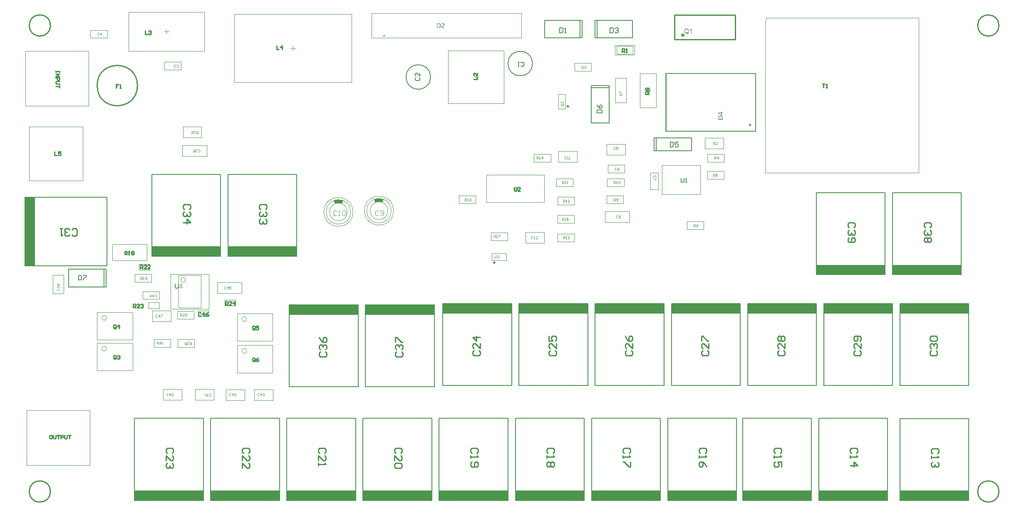
<source format=gbr>
%TF.GenerationSoftware,Altium Limited,Altium Designer,20.0.13 (296)*%
G04 Layer_Color=16711935*
%FSLAX45Y45*%
%MOMM*%
%TF.FileFunction,Other,Top_Assembly*%
%TF.Part,Single*%
G01*
G75*
%TA.AperFunction,NonConductor*%
%ADD67C,0.25000*%
%ADD68C,0.20000*%
%ADD69C,0.10000*%
%ADD70C,0.25400*%
%ADD72C,0.12700*%
%ADD73C,0.05000*%
%ADD74C,0.15000*%
%ADD75C,0.15240*%
%ADD76C,0.08000*%
%ADD107C,0.30000*%
%ADD108C,0.27000*%
%ADD109R,14.00000X1.99988*%
%ADD110R,1.99988X14.00000*%
G36*
X6328192Y-3919504D02*
X6354820Y-3983160D01*
X6354926Y-3983115D01*
X6371830Y-3976986D01*
X6407041Y-3969894D01*
X6442959D01*
X6478169Y-3976986D01*
X6495073Y-3983115D01*
D01*
X6495180Y-3983160D01*
X6521808Y-3919505D01*
X6498819Y-3909849D01*
X6449934Y-3900000D01*
X6400066D01*
X6351180Y-3909849D01*
X6328192Y-3919505D01*
Y-3919504D01*
D02*
G37*
G36*
X7153192Y-3894504D02*
X7179820Y-3958159D01*
X7179926Y-3958115D01*
X7196830Y-3951985D01*
X7232041Y-3944893D01*
X7267959D01*
X7303169Y-3951985D01*
X7320073Y-3958115D01*
D01*
X7320180Y-3958159D01*
X7346808Y-3894504D01*
X7323819Y-3884849D01*
X7274934Y-3875000D01*
X7225066D01*
X7176180Y-3884849D01*
X7153192Y-3894504D01*
Y-3894504D01*
D02*
G37*
G36*
X14224651Y-2124065D02*
X14247978D01*
Y-2136100D01*
X14224651D01*
Y-2178449D01*
X14213654D01*
X14150504Y-2133872D01*
Y-2124065D01*
X14213654D01*
Y-2110840D01*
X14224651D01*
Y-2124065D01*
D02*
G37*
G36*
X14201469Y-2187513D02*
X14202658D01*
X14205333Y-2187661D01*
X14208305Y-2187958D01*
X14211722Y-2188553D01*
X14215140Y-2189147D01*
X14218410Y-2190039D01*
X14218558D01*
X14218855Y-2190187D01*
X14219299Y-2190336D01*
X14219894Y-2190484D01*
X14221381Y-2191079D01*
X14223460Y-2191822D01*
X14225690Y-2192713D01*
X14228067Y-2193902D01*
X14230444Y-2195239D01*
X14232674Y-2196725D01*
X14232971Y-2196874D01*
X14233565Y-2197468D01*
X14234605Y-2198211D01*
X14235944Y-2199400D01*
X14237280Y-2200588D01*
X14238766Y-2202223D01*
X14240253Y-2203857D01*
X14241589Y-2205640D01*
X14241737Y-2205789D01*
X14242035Y-2206532D01*
X14242628Y-2207572D01*
X14243372Y-2208909D01*
X14244115Y-2210544D01*
X14244858Y-2212476D01*
X14245601Y-2214704D01*
X14246344Y-2217231D01*
Y-2217528D01*
X14246642Y-2218419D01*
X14246790Y-2219757D01*
X14247087Y-2221688D01*
X14247385Y-2223917D01*
X14247681Y-2226592D01*
X14247830Y-2229563D01*
X14247978Y-2232832D01*
Y-2267900D01*
X14150356D01*
Y-2230455D01*
X14150504Y-2227929D01*
X14150652Y-2225254D01*
X14150949Y-2222283D01*
X14151395Y-2219459D01*
X14151842Y-2217082D01*
Y-2216933D01*
X14151990Y-2216636D01*
Y-2216339D01*
X14152286Y-2215745D01*
X14152731Y-2214110D01*
X14153474Y-2212178D01*
X14154367Y-2209950D01*
X14155556Y-2207572D01*
X14157040Y-2205195D01*
X14158824Y-2202817D01*
Y-2202669D01*
X14159122Y-2202520D01*
X14160013Y-2201480D01*
X14161499Y-2200143D01*
X14163431Y-2198508D01*
X14165808Y-2196577D01*
X14168631Y-2194645D01*
X14171899Y-2192862D01*
X14175615Y-2191227D01*
X14175764D01*
X14176060Y-2191079D01*
X14176656Y-2190930D01*
X14177399Y-2190633D01*
X14178290Y-2190336D01*
X14179478Y-2190039D01*
X14180817Y-2189593D01*
X14182301Y-2189296D01*
X14183936Y-2188998D01*
X14185719Y-2188553D01*
X14189581Y-2187958D01*
X14193892Y-2187513D01*
X14198647Y-2187364D01*
X14198795D01*
X14199092D01*
X14199687D01*
X14200578D01*
X14201469Y-2187513D01*
D02*
G37*
G36*
X3171872Y-5670340D02*
Y-5670489D01*
Y-5670935D01*
Y-5671678D01*
Y-5672718D01*
X3171724Y-5674055D01*
Y-5675393D01*
X3171575Y-5677027D01*
X3171427Y-5678810D01*
X3170981Y-5682525D01*
X3170387Y-5686388D01*
X3169644Y-5690252D01*
X3168455Y-5693669D01*
Y-5693818D01*
X3168306Y-5694115D01*
X3168158Y-5694561D01*
X3167861Y-5695155D01*
X3166969Y-5696641D01*
X3165780Y-5698721D01*
X3164146Y-5700950D01*
X3162066Y-5703327D01*
X3159391Y-5705556D01*
X3156419Y-5707785D01*
X3156271D01*
X3155973Y-5708082D01*
X3155528Y-5708231D01*
X3154785Y-5708677D01*
X3154042Y-5708974D01*
X3153002Y-5709420D01*
X3151664Y-5710014D01*
X3150327Y-5710460D01*
X3148841Y-5710906D01*
X3147058Y-5711500D01*
X3145275Y-5711946D01*
X3143195Y-5712243D01*
X3138737Y-5712837D01*
X3133685Y-5713134D01*
X3132348D01*
X3131456Y-5712986D01*
X3130267D01*
X3128930Y-5712837D01*
X3127444Y-5712689D01*
X3125810Y-5712540D01*
X3122243Y-5711946D01*
X3118529Y-5711203D01*
X3114665Y-5710014D01*
X3111248Y-5708528D01*
X3111099D01*
X3110802Y-5708231D01*
X3110505Y-5708082D01*
X3109910Y-5707637D01*
X3108276Y-5706596D01*
X3106493Y-5704962D01*
X3104413Y-5703030D01*
X3102481Y-5700801D01*
X3100549Y-5697978D01*
X3098915Y-5694858D01*
Y-5694709D01*
X3098766Y-5694412D01*
X3098618Y-5693966D01*
X3098320Y-5693223D01*
X3098023Y-5692332D01*
X3097726Y-5691143D01*
X3097429Y-5689806D01*
X3097132Y-5688320D01*
X3096686Y-5686685D01*
X3096389Y-5684902D01*
X3096092Y-5682822D01*
X3095794Y-5680742D01*
X3095497Y-5678364D01*
X3095349Y-5675838D01*
X3095200Y-5673164D01*
Y-5670340D01*
Y-5613876D01*
X3108127D01*
Y-5670340D01*
Y-5670489D01*
Y-5670935D01*
Y-5671529D01*
Y-5672421D01*
Y-5673461D01*
X3108276Y-5674650D01*
X3108425Y-5677473D01*
X3108722Y-5680445D01*
X3109019Y-5683565D01*
X3109613Y-5686537D01*
X3109910Y-5687874D01*
X3110356Y-5689063D01*
X3110505Y-5689360D01*
X3110802Y-5690103D01*
X3111396Y-5691143D01*
X3112288Y-5692480D01*
X3113328Y-5693966D01*
X3114814Y-5695601D01*
X3116448Y-5697087D01*
X3118529Y-5698424D01*
X3118826Y-5698573D01*
X3119569Y-5698870D01*
X3120758Y-5699464D01*
X3122392Y-5699910D01*
X3124472Y-5700504D01*
X3126850Y-5701099D01*
X3129524Y-5701396D01*
X3132496Y-5701544D01*
X3133833D01*
X3134874Y-5701396D01*
X3136062D01*
X3137400Y-5701247D01*
X3140371Y-5700801D01*
X3143789Y-5699910D01*
X3147058Y-5698870D01*
X3150178Y-5697235D01*
X3151664Y-5696344D01*
X3152853Y-5695155D01*
Y-5695006D01*
X3153150Y-5694858D01*
X3153447Y-5694412D01*
X3153745Y-5693818D01*
X3154339Y-5693075D01*
X3154785Y-5692183D01*
X3155379Y-5690994D01*
X3155973Y-5689657D01*
X3156419Y-5688023D01*
X3157013Y-5686240D01*
X3157608Y-5684308D01*
X3158054Y-5681930D01*
X3158351Y-5679404D01*
X3158648Y-5676730D01*
X3158945Y-5673609D01*
Y-5670340D01*
Y-5613876D01*
X3171872D01*
Y-5670340D01*
D02*
G37*
G36*
X3238887Y-5677176D02*
X3252111D01*
Y-5688171D01*
X3238887D01*
Y-5711500D01*
X3226851D01*
Y-5688171D01*
X3184503D01*
Y-5677176D01*
X3229080Y-5614025D01*
X3238887D01*
Y-5677176D01*
D02*
G37*
G36*
X8553084Y-302079D02*
X8554273Y-302228D01*
X8555611Y-302376D01*
X8557096Y-302525D01*
X8558731Y-302971D01*
X8562297Y-303862D01*
X8566012Y-305200D01*
X8567943Y-306091D01*
X8569727Y-307131D01*
X8571361Y-308469D01*
X8572996Y-309806D01*
X8573144Y-309954D01*
X8573293Y-310103D01*
X8573739Y-310549D01*
X8574333Y-311143D01*
X8574927Y-312035D01*
X8575670Y-312926D01*
X8577156Y-315155D01*
X8578642Y-317978D01*
X8579979Y-321247D01*
X8581019Y-324962D01*
X8581168Y-327042D01*
X8581317Y-329123D01*
Y-329420D01*
Y-330163D01*
X8581168Y-331351D01*
X8581019Y-332837D01*
X8580722Y-334620D01*
X8580276Y-336552D01*
X8579682Y-338632D01*
X8578791Y-340713D01*
X8578642Y-341010D01*
X8578345Y-341753D01*
X8577750Y-342793D01*
X8576859Y-344279D01*
X8575819Y-346062D01*
X8574481Y-348142D01*
X8572698Y-350222D01*
X8570767Y-352600D01*
X8570470Y-352897D01*
X8569727Y-353788D01*
X8568389Y-355126D01*
X8567498Y-356017D01*
X8566458Y-357057D01*
X8565269Y-358246D01*
X8563783Y-359583D01*
X8562297Y-360921D01*
X8560663Y-362555D01*
X8558880Y-364190D01*
X8556799Y-365973D01*
X8554719Y-367756D01*
X8552342Y-369836D01*
X8552193Y-369985D01*
X8551896Y-370282D01*
X8551301Y-370728D01*
X8550558Y-371322D01*
X8548775Y-372808D01*
X8546547Y-374740D01*
X8544318Y-376820D01*
X8541940Y-378900D01*
X8540009Y-380683D01*
X8539266Y-381426D01*
X8538523Y-382169D01*
X8538374Y-382318D01*
X8538077Y-382764D01*
X8537483Y-383358D01*
X8536740Y-384249D01*
X8535105Y-386181D01*
X8533471Y-388559D01*
X8581465D01*
Y-400000D01*
X8516829D01*
Y-399851D01*
Y-399257D01*
Y-398365D01*
X8516977Y-397325D01*
X8517126Y-396137D01*
X8517274Y-394799D01*
X8517720Y-393313D01*
X8518166Y-391828D01*
Y-391679D01*
X8518314Y-391530D01*
X8518612Y-390639D01*
X8519206Y-389450D01*
X8520098Y-387667D01*
X8521138Y-385735D01*
X8522624Y-383506D01*
X8524109Y-381278D01*
X8526041Y-378900D01*
Y-378752D01*
X8526338Y-378603D01*
X8527081Y-377711D01*
X8528270Y-376374D01*
X8530053Y-374591D01*
X8532282Y-372511D01*
X8534957Y-369985D01*
X8538225Y-367162D01*
X8541792Y-364041D01*
X8541940Y-363893D01*
X8542535Y-363447D01*
X8543278Y-362852D01*
X8544318Y-361812D01*
X8545655Y-360772D01*
X8547141Y-359435D01*
X8550410Y-356612D01*
X8553976Y-353194D01*
X8557542Y-349777D01*
X8559325Y-348142D01*
X8560811Y-346508D01*
X8562148Y-344873D01*
X8563337Y-343387D01*
Y-343239D01*
X8563634Y-343090D01*
X8563932Y-342644D01*
X8564229Y-342050D01*
X8565120Y-340564D01*
X8566160Y-338632D01*
X8567201Y-336403D01*
X8568092Y-334026D01*
X8568686Y-331351D01*
X8568984Y-328825D01*
Y-328677D01*
Y-328528D01*
X8568835Y-327637D01*
X8568686Y-326299D01*
X8568389Y-324665D01*
X8567646Y-322733D01*
X8566755Y-320801D01*
X8565566Y-318721D01*
X8563783Y-316790D01*
X8563486Y-316641D01*
X8562891Y-316047D01*
X8561703Y-315304D01*
X8560217Y-314264D01*
X8558285Y-313372D01*
X8556056Y-312629D01*
X8553382Y-312035D01*
X8550410Y-311886D01*
X8549518D01*
X8548924Y-312035D01*
X8547438Y-312183D01*
X8545506Y-312480D01*
X8543278Y-313223D01*
X8540900Y-314115D01*
X8538671Y-315452D01*
X8536591Y-317235D01*
X8536442Y-317533D01*
X8535848Y-318127D01*
X8534957Y-319316D01*
X8534065Y-320950D01*
X8533025Y-323030D01*
X8532282Y-325408D01*
X8531688Y-328231D01*
X8531390Y-331500D01*
X8519057Y-330163D01*
Y-330014D01*
Y-329568D01*
X8519206Y-328825D01*
X8519355Y-327934D01*
X8519652Y-326745D01*
X8519800Y-325408D01*
X8520692Y-322436D01*
X8521881Y-319018D01*
X8523515Y-315601D01*
X8525744Y-312183D01*
X8526933Y-310697D01*
X8528419Y-309211D01*
X8528567Y-309063D01*
X8528864Y-308914D01*
X8529310Y-308469D01*
X8529904Y-308023D01*
X8530796Y-307577D01*
X8531836Y-306834D01*
X8533025Y-306240D01*
X8534362Y-305497D01*
X8535848Y-304902D01*
X8537483Y-304159D01*
X8539414Y-303565D01*
X8541346Y-303119D01*
X8545804Y-302228D01*
X8548181Y-302079D01*
X8550707Y-301931D01*
X8552044D01*
X8553084Y-302079D01*
D02*
G37*
G36*
X8464971Y-302525D02*
X8467645Y-302674D01*
X8470617Y-302971D01*
X8473440Y-303416D01*
X8475818Y-303862D01*
X8475966D01*
X8476263Y-304011D01*
X8476561D01*
X8477155Y-304308D01*
X8478789Y-304754D01*
X8480721Y-305497D01*
X8482950Y-306388D01*
X8485327Y-307577D01*
X8487705Y-309063D01*
X8490082Y-310846D01*
X8490231D01*
X8490380Y-311143D01*
X8491420Y-312035D01*
X8492757Y-313521D01*
X8494391Y-315452D01*
X8496323Y-317830D01*
X8498255Y-320653D01*
X8500038Y-323922D01*
X8501672Y-327637D01*
Y-327785D01*
X8501821Y-328082D01*
X8501970Y-328677D01*
X8502267Y-329420D01*
X8502564Y-330311D01*
X8502861Y-331500D01*
X8503307Y-332837D01*
X8503604Y-334323D01*
X8503901Y-335958D01*
X8504347Y-337741D01*
X8504941Y-341604D01*
X8505387Y-345913D01*
X8505536Y-350668D01*
Y-350817D01*
Y-351114D01*
Y-351708D01*
Y-352600D01*
X8505387Y-353491D01*
Y-354680D01*
X8505239Y-357355D01*
X8504941Y-360326D01*
X8504347Y-363744D01*
X8503753Y-367162D01*
X8502861Y-370431D01*
Y-370579D01*
X8502712Y-370876D01*
X8502564Y-371322D01*
X8502415Y-371916D01*
X8501821Y-373402D01*
X8501078Y-375483D01*
X8500186Y-377711D01*
X8498998Y-380089D01*
X8497660Y-382466D01*
X8496175Y-384695D01*
X8496026Y-384992D01*
X8495432Y-385587D01*
X8494689Y-386627D01*
X8493500Y-387964D01*
X8492311Y-389301D01*
X8490677Y-390787D01*
X8489042Y-392273D01*
X8487259Y-393611D01*
X8487111Y-393759D01*
X8486368Y-394056D01*
X8485327Y-394651D01*
X8483990Y-395394D01*
X8482356Y-396137D01*
X8480424Y-396880D01*
X8478195Y-397623D01*
X8475669Y-398365D01*
X8475372D01*
X8474480Y-398663D01*
X8473143Y-398811D01*
X8471211Y-399108D01*
X8468983Y-399406D01*
X8466308Y-399703D01*
X8463336Y-399851D01*
X8460067Y-400000D01*
X8425000D01*
Y-302376D01*
X8462445D01*
X8464971Y-302525D01*
D02*
G37*
G36*
X13613379Y-512575D02*
X13601343D01*
Y-436200D01*
X13601195Y-436348D01*
X13600600Y-436943D01*
X13599561Y-437686D01*
X13598222Y-438726D01*
X13596588Y-440063D01*
X13594656Y-441400D01*
X13592429Y-443035D01*
X13589902Y-444521D01*
X13589754D01*
X13589606Y-444669D01*
X13588713Y-445264D01*
X13587376Y-446007D01*
X13585741Y-446898D01*
X13583810Y-447938D01*
X13581729Y-448830D01*
X13579500Y-449870D01*
X13577420Y-450762D01*
Y-439023D01*
X13577570D01*
X13577866Y-438874D01*
X13578461Y-438577D01*
X13579054Y-438131D01*
X13579945Y-437686D01*
X13580986Y-437240D01*
X13583363Y-435903D01*
X13586038Y-434268D01*
X13589011Y-432336D01*
X13591982Y-430108D01*
X13594804Y-427730D01*
X13594954Y-427582D01*
X13595102Y-427433D01*
X13595995Y-426541D01*
X13597331Y-425204D01*
X13598965Y-423570D01*
X13600749Y-421489D01*
X13602531Y-419261D01*
X13604166Y-416883D01*
X13605504Y-414506D01*
X13613379D01*
Y-512575D01*
D02*
G37*
G36*
X13511150Y-413466D02*
X13512338D01*
X13513824Y-413614D01*
X13515311Y-413911D01*
X13517093Y-414060D01*
X13520807Y-414951D01*
X13524968Y-416140D01*
X13529128Y-417626D01*
X13531209Y-418666D01*
X13533289Y-419855D01*
X13533437D01*
X13533736Y-420152D01*
X13534329Y-420449D01*
X13535072Y-421044D01*
X13535963Y-421638D01*
X13537004Y-422530D01*
X13539381Y-424461D01*
X13542056Y-426987D01*
X13544879Y-430108D01*
X13547404Y-433674D01*
X13549782Y-437834D01*
Y-437983D01*
X13550079Y-438280D01*
X13550377Y-439023D01*
X13550674Y-439915D01*
X13551120Y-440955D01*
X13551566Y-442143D01*
X13552161Y-443629D01*
X13552754Y-445412D01*
X13553200Y-447195D01*
X13553793Y-449276D01*
X13554686Y-453585D01*
X13555280Y-458488D01*
X13555577Y-463838D01*
Y-463986D01*
Y-464432D01*
Y-465026D01*
Y-465918D01*
X13555429Y-466958D01*
Y-468147D01*
X13555280Y-469484D01*
X13555132Y-471118D01*
X13554686Y-474387D01*
X13553943Y-478102D01*
X13553052Y-481817D01*
X13551863Y-485532D01*
Y-485680D01*
X13551714Y-485977D01*
X13551418Y-486423D01*
X13551120Y-487166D01*
X13550822Y-487909D01*
X13550227Y-488949D01*
X13549039Y-491178D01*
X13547554Y-493704D01*
X13545622Y-496527D01*
X13543393Y-499351D01*
X13540718Y-502174D01*
X13540868D01*
X13541164Y-502471D01*
X13541611Y-502768D01*
X13542204Y-503214D01*
X13543095Y-503660D01*
X13543987Y-504254D01*
X13546216Y-505591D01*
X13548743Y-507077D01*
X13551566Y-508563D01*
X13554536Y-510049D01*
X13557509Y-511238D01*
X13553497Y-520005D01*
X13553349D01*
X13553052Y-519856D01*
X13552457Y-519559D01*
X13551714Y-519262D01*
X13550822Y-518964D01*
X13549634Y-518370D01*
X13548445Y-517776D01*
X13546959Y-517181D01*
X13543839Y-515547D01*
X13540273Y-513467D01*
X13536409Y-511089D01*
X13532545Y-508266D01*
X13532397D01*
X13532100Y-508563D01*
X13531506Y-508860D01*
X13530614Y-509157D01*
X13529575Y-509603D01*
X13528384Y-510198D01*
X13527048Y-510643D01*
X13525562Y-511238D01*
X13523779Y-511832D01*
X13521996Y-512278D01*
X13517836Y-513318D01*
X13513377Y-513912D01*
X13508623Y-514210D01*
X13507286D01*
X13506393Y-514061D01*
X13505205D01*
X13503868Y-513912D01*
X13502382Y-513615D01*
X13500748Y-513467D01*
X13497034Y-512724D01*
X13493021Y-511535D01*
X13488861Y-510049D01*
X13484700Y-507969D01*
X13484550Y-507820D01*
X13484254Y-507672D01*
X13483659Y-507226D01*
X13482916Y-506780D01*
X13482025Y-506186D01*
X13480984Y-505294D01*
X13478609Y-503362D01*
X13475932Y-500836D01*
X13473259Y-497716D01*
X13470584Y-494150D01*
X13468205Y-489989D01*
Y-489841D01*
X13467909Y-489395D01*
X13467612Y-488801D01*
X13467316Y-487909D01*
X13466869Y-486869D01*
X13466423Y-485532D01*
X13465829Y-484046D01*
X13465382Y-482411D01*
X13464789Y-480480D01*
X13464195Y-478548D01*
X13463303Y-474090D01*
X13462709Y-469187D01*
X13462411Y-463838D01*
Y-463689D01*
Y-463243D01*
Y-462352D01*
X13462560Y-461460D01*
Y-460123D01*
X13462709Y-458637D01*
X13462857Y-457002D01*
X13463155Y-455219D01*
X13463898Y-451059D01*
X13464789Y-446750D01*
X13466275Y-442143D01*
X13468205Y-437686D01*
Y-437537D01*
X13468504Y-437091D01*
X13468800Y-436497D01*
X13469247Y-435754D01*
X13469841Y-434714D01*
X13470584Y-433525D01*
X13472516Y-430999D01*
X13474893Y-428027D01*
X13477716Y-425056D01*
X13480984Y-422084D01*
X13484850Y-419558D01*
X13484998Y-419409D01*
X13485294Y-419261D01*
X13485889Y-418963D01*
X13486780Y-418518D01*
X13487820Y-418072D01*
X13489009Y-417626D01*
X13490346Y-417032D01*
X13491982Y-416437D01*
X13493616Y-415843D01*
X13495547Y-415249D01*
X13499559Y-414357D01*
X13504166Y-413614D01*
X13508920Y-413317D01*
X13510257D01*
X13511150Y-413466D01*
D02*
G37*
%LPC*%
G36*
X14213654Y-2136100D02*
X14169969D01*
X14213654Y-2166710D01*
Y-2136100D01*
D02*
G37*
G36*
X14198499Y-2200737D02*
X14198349D01*
X14197755D01*
X14197012D01*
X14195972D01*
X14194635Y-2200886D01*
X14193149Y-2201034D01*
X14191515Y-2201183D01*
X14189880Y-2201331D01*
X14186015Y-2201926D01*
X14182153Y-2202817D01*
X14178438Y-2204155D01*
X14176656Y-2204898D01*
X14175021Y-2205789D01*
X14174872D01*
X14174722Y-2206086D01*
X14174278Y-2206235D01*
X14173683Y-2206681D01*
X14172197Y-2207721D01*
X14170563Y-2209207D01*
X14168631Y-2210990D01*
X14166849Y-2213070D01*
X14165215Y-2215447D01*
X14163876Y-2217973D01*
X14163728Y-2218271D01*
X14163579Y-2219014D01*
X14163281Y-2220202D01*
X14162836Y-2221985D01*
X14162392Y-2224363D01*
X14162093Y-2227186D01*
X14161945Y-2230604D01*
X14161797Y-2234616D01*
Y-2254972D01*
X14236537D01*
Y-2232684D01*
X14236388Y-2231049D01*
X14236240Y-2228821D01*
X14236092Y-2226443D01*
X14235794Y-2223917D01*
X14235349Y-2221540D01*
X14234753Y-2219311D01*
X14234605Y-2219014D01*
X14234457Y-2218419D01*
X14234010Y-2217379D01*
X14233417Y-2216190D01*
X14232674Y-2214704D01*
X14231931Y-2213219D01*
X14230891Y-2211881D01*
X14229703Y-2210544D01*
X14229553Y-2210395D01*
X14228810Y-2209801D01*
X14227769Y-2208909D01*
X14226433Y-2207869D01*
X14224651Y-2206829D01*
X14222569Y-2205640D01*
X14220042Y-2204452D01*
X14217369Y-2203412D01*
X14217220D01*
X14217072Y-2203263D01*
X14216626Y-2203114D01*
X14216032Y-2202966D01*
X14215289Y-2202817D01*
X14214397Y-2202520D01*
X14212167Y-2202074D01*
X14209344Y-2201629D01*
X14206076Y-2201183D01*
X14202510Y-2200886D01*
X14198499Y-2200737D01*
D02*
G37*
G36*
X3226851Y-5633490D02*
X3196241Y-5677176D01*
X3226851D01*
Y-5633490D01*
D02*
G37*
G36*
X8458284Y-313818D02*
X8437927D01*
Y-388559D01*
X8460216D01*
X8461850Y-388410D01*
X8464079Y-388261D01*
X8466457Y-388113D01*
X8468983Y-387816D01*
X8471360Y-387370D01*
X8473589Y-386775D01*
X8473886Y-386627D01*
X8474480Y-386478D01*
X8475521Y-386033D01*
X8476709Y-385438D01*
X8478195Y-384695D01*
X8479681Y-383952D01*
X8481018Y-382912D01*
X8482356Y-381723D01*
X8482504Y-381575D01*
X8483099Y-380832D01*
X8483990Y-379792D01*
X8485030Y-378454D01*
X8486070Y-376671D01*
X8487259Y-374591D01*
X8488448Y-372065D01*
X8489488Y-369390D01*
Y-369242D01*
X8489637Y-369093D01*
X8489785Y-368647D01*
X8489934Y-368053D01*
X8490082Y-367310D01*
X8490380Y-366419D01*
X8490825Y-364190D01*
X8491271Y-361367D01*
X8491717Y-358098D01*
X8492014Y-354531D01*
X8492163Y-350519D01*
Y-350371D01*
Y-349777D01*
Y-349034D01*
Y-347993D01*
X8492014Y-346656D01*
X8491865Y-345170D01*
X8491717Y-343536D01*
X8491568Y-341901D01*
X8490974Y-338038D01*
X8490082Y-334175D01*
X8488745Y-330460D01*
X8488002Y-328677D01*
X8487111Y-327042D01*
Y-326894D01*
X8486813Y-326745D01*
X8486665Y-326299D01*
X8486219Y-325705D01*
X8485179Y-324219D01*
X8483693Y-322585D01*
X8481910Y-320653D01*
X8479830Y-318870D01*
X8477452Y-317235D01*
X8474926Y-315898D01*
X8474629Y-315749D01*
X8473886Y-315601D01*
X8472697Y-315304D01*
X8470914Y-314858D01*
X8468537Y-314412D01*
X8465714Y-314115D01*
X8462296Y-313966D01*
X8458284Y-313818D01*
D02*
G37*
G36*
X13509068Y-424461D02*
X13507732D01*
X13506691Y-424610D01*
X13505502Y-424758D01*
X13504018Y-425056D01*
X13502382Y-425353D01*
X13500748Y-425650D01*
X13496884Y-426839D01*
X13494952Y-427730D01*
X13492873Y-428622D01*
X13490941Y-429810D01*
X13488861Y-431148D01*
X13486929Y-432634D01*
X13485146Y-434417D01*
X13484998Y-434565D01*
X13484700Y-434862D01*
X13484254Y-435457D01*
X13483659Y-436200D01*
X13482916Y-437240D01*
X13482175Y-438577D01*
X13481282Y-440063D01*
X13480539Y-441698D01*
X13479648Y-443778D01*
X13478757Y-445858D01*
X13478014Y-448384D01*
X13477271Y-450910D01*
X13476675Y-453882D01*
X13476230Y-457002D01*
X13475932Y-460271D01*
X13475784Y-463838D01*
Y-463986D01*
Y-464729D01*
Y-465621D01*
X13475932Y-466958D01*
X13476082Y-468592D01*
X13476230Y-470375D01*
X13476527Y-472456D01*
X13476973Y-474685D01*
X13478014Y-479439D01*
X13478905Y-481817D01*
X13479797Y-484194D01*
X13480836Y-486720D01*
X13482025Y-488949D01*
X13483511Y-491178D01*
X13485146Y-493110D01*
X13485294Y-493258D01*
X13485593Y-493556D01*
X13486037Y-494001D01*
X13486780Y-494744D01*
X13487820Y-495487D01*
X13488861Y-496230D01*
X13490198Y-497270D01*
X13491684Y-498162D01*
X13493318Y-499053D01*
X13495100Y-499945D01*
X13497034Y-500836D01*
X13499261Y-501579D01*
X13501491Y-502322D01*
X13503868Y-502768D01*
X13506393Y-503065D01*
X13509068Y-503214D01*
X13510257D01*
X13511595Y-503065D01*
X13513229Y-502917D01*
X13515161Y-502620D01*
X13517390Y-502174D01*
X13519768Y-501579D01*
X13521996Y-500688D01*
X13521700Y-500539D01*
X13520956Y-500093D01*
X13519768Y-499351D01*
X13518134Y-498459D01*
X13516350Y-497567D01*
X13514120Y-496676D01*
X13511893Y-495784D01*
X13509366Y-495041D01*
X13512486Y-485680D01*
X13512634D01*
X13512932Y-485829D01*
X13513525Y-485977D01*
X13514418Y-486275D01*
X13515311Y-486572D01*
X13516350Y-487018D01*
X13519025Y-488058D01*
X13521848Y-489395D01*
X13524968Y-490881D01*
X13527940Y-492813D01*
X13530763Y-495041D01*
X13530911Y-494893D01*
X13531209Y-494596D01*
X13531802Y-494001D01*
X13532545Y-493110D01*
X13533437Y-491921D01*
X13534329Y-490584D01*
X13535368Y-489098D01*
X13536559Y-487166D01*
X13537598Y-485234D01*
X13538638Y-482857D01*
X13539529Y-480331D01*
X13540421Y-477508D01*
X13541164Y-474387D01*
X13541759Y-471118D01*
X13542056Y-467552D01*
X13542204Y-463838D01*
Y-463689D01*
Y-463243D01*
Y-462649D01*
Y-461906D01*
X13542056Y-460866D01*
Y-459677D01*
X13541759Y-456854D01*
X13541164Y-453585D01*
X13540570Y-450167D01*
X13539529Y-446601D01*
X13538193Y-443184D01*
Y-443035D01*
X13538045Y-442738D01*
X13537747Y-442292D01*
X13537450Y-441698D01*
X13536559Y-440063D01*
X13535220Y-438131D01*
X13533586Y-435903D01*
X13531506Y-433525D01*
X13529128Y-431296D01*
X13526454Y-429365D01*
X13526305D01*
X13526157Y-429216D01*
X13525711Y-428919D01*
X13525116Y-428622D01*
X13523482Y-427879D01*
X13521402Y-426839D01*
X13518877Y-425947D01*
X13515904Y-425204D01*
X13512634Y-424610D01*
X13509068Y-424461D01*
D02*
G37*
%LPD*%
D67*
X14812500Y-2375000D02*
G03*
X14812500Y-2375000I-12500J0D01*
G01*
D68*
X7365000Y-560000D02*
G03*
X7365000Y-560000I-10000J0D01*
G01*
D02*
G03*
X7365000Y-560000I-10000J0D01*
G01*
X13089000Y-2509200D02*
X14917799D01*
X13089000Y-1328100D02*
X14917799D01*
Y-2509200D02*
Y-1328100D01*
X13089000Y-2509200D02*
Y-1328100D01*
X17850000Y-10035000D02*
Y-8365000D01*
X19250000D01*
Y-10035000D02*
Y-8365000D01*
X17850000Y-10035000D02*
X19250000D01*
X16200008Y-10030001D02*
Y-8360001D01*
X17600008D01*
Y-10030001D02*
Y-8360001D01*
X16200008Y-10030001D02*
X17600008D01*
X14650011D02*
Y-8360001D01*
X16050012D01*
Y-10030001D02*
Y-8360001D01*
X14650011Y-10030001D02*
X16050012D01*
X13125014D02*
Y-8360001D01*
X14525015D01*
Y-10030001D02*
Y-8360001D01*
X13125014Y-10030001D02*
X14525015D01*
X11575017D02*
Y-8360001D01*
X12975018D01*
Y-10030001D02*
Y-8360001D01*
X11575017Y-10030001D02*
X12975018D01*
X10025021D02*
Y-8360001D01*
X11425021D01*
Y-10030001D02*
Y-8360001D01*
X10025021Y-10030001D02*
X11425021D01*
X8475024D02*
Y-8360001D01*
X9875024D01*
Y-10030001D02*
Y-8360001D01*
X8475024Y-10030001D02*
X9875024D01*
X6925027D02*
Y-8360001D01*
X8325027D01*
Y-10030001D02*
Y-8360001D01*
X6925027Y-10030001D02*
X8325027D01*
X5375030D02*
Y-8360001D01*
X6775030D01*
Y-10030001D02*
Y-8360001D01*
X5375030Y-10030001D02*
X6775030D01*
X3825033D02*
Y-8360001D01*
X5225033D01*
Y-10030001D02*
Y-8360001D01*
X3825033Y-10030001D02*
X5225033D01*
X2275036D02*
Y-8360001D01*
X3675036D01*
Y-10030001D02*
Y-8360001D01*
X2275036Y-10030001D02*
X3675036D01*
X9949961Y-7689999D02*
Y-6019999D01*
X8549961Y-7689999D02*
X9949961D01*
X8549961D02*
Y-6019999D01*
X9949961D01*
X11499958Y-7689999D02*
Y-6019999D01*
X10099957Y-7689999D02*
X11499958D01*
X10099957D02*
Y-6019999D01*
X11499958D01*
X13049956Y-7689999D02*
Y-6019999D01*
X11649954Y-7689999D02*
X13049956D01*
X11649954D02*
Y-6019999D01*
X13049956D01*
X14599951Y-7689999D02*
Y-6019999D01*
X13199951Y-7689999D02*
X14599951D01*
X13199951D02*
Y-6019999D01*
X14599951D01*
X16149948Y-7689999D02*
Y-6019999D01*
X14749948Y-7689999D02*
X16149948D01*
X14749948D02*
Y-6019999D01*
X16149948D01*
X17699945Y-7689999D02*
Y-6019999D01*
X16299945Y-7689999D02*
X17699945D01*
X16299945D02*
Y-6019999D01*
X17699945D01*
X19249942Y-7689999D02*
Y-6019999D01*
X17849942Y-7689999D02*
X19249942D01*
X17849942D02*
Y-6019999D01*
X19249942D01*
X44999Y-3849998D02*
X1714999D01*
Y-5249998D02*
Y-3849998D01*
X44999Y-5249998D02*
X1714999D01*
X44999D02*
Y-3849998D01*
X4174988Y-5055001D02*
Y-3385001D01*
X5574989D01*
Y-5055001D02*
Y-3385001D01*
X4174988Y-5055001D02*
X5574989D01*
X2624991D02*
Y-3385001D01*
X4024992D01*
Y-5055001D02*
Y-3385001D01*
X2624991Y-5055001D02*
X4024992D01*
X6825034Y-7714999D02*
Y-6044999D01*
X5425033Y-7714999D02*
X6825034D01*
X5425033D02*
Y-6044999D01*
X6825034D01*
X8375030Y-7714999D02*
Y-6044999D01*
X6975030Y-7714999D02*
X8375030D01*
X6975030D02*
Y-6044999D01*
X8375030D01*
X17699973Y-5430001D02*
Y-3760001D01*
X19099973D01*
Y-5430001D02*
Y-3760001D01*
X17699973Y-5430001D02*
X19099973D01*
X16149976D02*
Y-3760001D01*
X17549976D01*
Y-5430001D02*
Y-3760001D01*
X16149976Y-5430001D02*
X17549976D01*
X11340017Y-245000D02*
X11380017D01*
X10620017D02*
X11340017D01*
X10620017Y-605000D02*
X11340017D01*
X11380017D02*
Y-245000D01*
X11340017Y-605000D02*
Y-245000D01*
X10620017Y-605000D02*
Y-245000D01*
X11340017Y-605000D02*
X11380017D01*
X11649983D02*
X11689983D01*
X12409983D01*
X11689983Y-245000D02*
X12409983D01*
X11649983Y-605000D02*
Y-245000D01*
X11689983Y-605000D02*
Y-245000D01*
X12409983Y-605000D02*
Y-245000D01*
X11649983D02*
X11689983D01*
X11570000Y-1614983D02*
Y-1574983D01*
Y-2334983D02*
Y-1614983D01*
X11930000Y-2334983D02*
Y-1614983D01*
X11570000Y-1574983D02*
X11930000D01*
X11570000Y-1614983D02*
X11930000D01*
X11570000Y-2334983D02*
X11930000D01*
Y-1614983D02*
Y-1574983D01*
X1655017Y-5320000D02*
X1695017D01*
X935017D02*
X1655017D01*
X935017Y-5680000D02*
X1655017D01*
X1695017D02*
Y-5320000D01*
X1655017Y-5680000D02*
Y-5320000D01*
X935017Y-5680000D02*
Y-5320000D01*
X1655017Y-5680000D02*
X1695017D01*
X12849983Y-2905006D02*
X12889983D01*
X13609982D01*
X12889983Y-2645006D02*
X13609982D01*
X12849983Y-2905006D02*
Y-2645006D01*
X12889983Y-2905006D02*
Y-2645006D01*
X13609982Y-2905006D02*
Y-2645006D01*
X12849983D02*
X12889983D01*
D69*
X3315000Y-5535000D02*
G03*
X3315000Y-5535000I-50000J0D01*
G01*
X7431000Y-4125000D02*
G03*
X7431000Y-4125000I-181000J0D01*
G01*
X7500000Y-4125000D02*
G03*
X7500000Y-4125000I-250000J0D01*
G01*
X6606000Y-4150000D02*
G03*
X6606000Y-4150000I-181000J0D01*
G01*
X6675000Y-4150000D02*
G03*
X6675000Y-4150000I-250000J0D01*
G01*
X1710000Y-6935000D02*
G03*
X1710000Y-6935000I-50000J0D01*
G01*
Y-6310000D02*
G03*
X1710000Y-6310000I-50000J0D01*
G01*
X4560000Y-6335000D02*
G03*
X4560000Y-6335000I-50000J0D01*
G01*
Y-6985000D02*
G03*
X4560000Y-6985000I-50000J0D01*
G01*
X13100000Y-2500000D02*
Y-1350000D01*
X3175000Y-6105000D02*
Y-5445000D01*
X3625000Y-6105000D02*
Y-5445000D01*
X3175000Y-6105000D02*
X3625000D01*
X3175000Y-5445000D02*
X3625000D01*
X10150000Y-600000D02*
Y-100000D01*
X7100000Y-600000D02*
X10150000D01*
X7100000D02*
Y-100000D01*
X10150000D01*
X15105000Y-255000D02*
X15125000Y-235000D01*
X18195000Y-195000D02*
X18234999D01*
X18234999Y-235000D02*
Y-195000D01*
X15125000Y-195000D02*
X15164999D01*
X15125000Y-235000D02*
Y-195000D01*
X15164999D02*
X18195000D01*
X18234999Y-235000D02*
X18235001Y-3355000D01*
X15105000D02*
X18235001D01*
X15105000D02*
Y-255000D01*
X12725167Y-1725221D02*
Y-1625222D01*
X12675167Y-1675221D02*
X12775167D01*
X2125222Y-4974833D02*
X2225221D01*
X2175221Y-5024832D02*
Y-4924833D01*
X12087500Y-932500D02*
X12412500D01*
X12087500Y-767500D02*
X12412500D01*
X12087500Y-932500D02*
Y-767500D01*
X12412500Y-932500D02*
Y-767500D01*
X12450000Y-950000D02*
Y-750000D01*
X12050000D02*
X12450000D01*
X12050000Y-950000D02*
Y-750000D01*
Y-950000D02*
X12450000D01*
X13884998Y-2640001D02*
X14265002D01*
X13884998Y-2860001D02*
X14265002D01*
X13884998D02*
Y-2640001D01*
X14265002Y-2860001D02*
Y-2640001D01*
X3259997Y-2634999D02*
X3640003D01*
X3259997Y-2414999D02*
X3640003D01*
Y-2634999D02*
Y-2414999D01*
X3259997Y-2634999D02*
Y-2414999D01*
X11570000Y-1280000D02*
Y-1120000D01*
X11230000D02*
X11570000D01*
X11230000Y-1280000D02*
Y-1120000D01*
Y-1280000D02*
X11570000D01*
X13930000Y-3130000D02*
Y-2970000D01*
Y-3130000D02*
X14270000D01*
Y-2970000D01*
X13930000D02*
X14270000D01*
Y-3480000D02*
Y-3320000D01*
X13930000D02*
X14270000D01*
X13930000Y-3480000D02*
Y-3320000D01*
Y-3480000D02*
X14270000D01*
X13514990Y-4504991D02*
Y-4344991D01*
Y-4504991D02*
X13854990D01*
Y-4344991D01*
X13514990D02*
X13854990D01*
X11880000Y-3980000D02*
Y-3820000D01*
Y-3980000D02*
X12220000D01*
Y-3820000D01*
X11880000D02*
X12220000D01*
X12235010Y-3630010D02*
Y-3470010D01*
X11895010D02*
X12235010D01*
X11895010Y-3630010D02*
Y-3470010D01*
Y-3630010D02*
X12235010D01*
X10855000Y-3630000D02*
Y-3470000D01*
Y-3630000D02*
X11195000D01*
Y-3470000D01*
X10855000D02*
X11195000D01*
X11220000Y-4005000D02*
Y-3845000D01*
X10880000D02*
X11220000D01*
X10880000Y-4005000D02*
Y-3845000D01*
Y-4005000D02*
X11220000D01*
X10880000Y-4755000D02*
Y-4595000D01*
Y-4755000D02*
X11220000D01*
Y-4595000D01*
X10880000D02*
X11220000D01*
X10405000Y-3130000D02*
Y-2970000D01*
Y-3130000D02*
X10745000D01*
Y-2970000D01*
X10405000D02*
X10745000D01*
X10880000Y-4380000D02*
Y-4220000D01*
Y-4380000D02*
X11220000D01*
Y-4220000D01*
X10880000D02*
X11220000D01*
X9220000Y-3980000D02*
Y-3820000D01*
X8880000D02*
X9220000D01*
X8880000Y-3980000D02*
Y-3820000D01*
Y-3980000D02*
X9220000D01*
X9530000Y-4730000D02*
Y-4570000D01*
Y-4730000D02*
X9870000D01*
Y-4570000D01*
X9530000D02*
X9870000D01*
X2620000Y-5580000D02*
Y-5420000D01*
X2280000D02*
X2620000D01*
X2280000Y-5580000D02*
Y-5420000D01*
Y-5580000D02*
X2620000D01*
X3144992Y-6329992D02*
Y-6169992D01*
Y-6329992D02*
X3484992D01*
Y-6169992D01*
X3144992D02*
X3484992D01*
X2669992Y-6904992D02*
Y-6744992D01*
Y-6904992D02*
X3009992D01*
Y-6744992D01*
X2669992D02*
X3009992D01*
X3495000Y-6905000D02*
Y-6745000D01*
X3155000D02*
X3495000D01*
X3155000Y-6905000D02*
Y-6745000D01*
Y-6905000D02*
X3495000D01*
X13010001Y-3240000D02*
Y-3220000D01*
Y-3200000D01*
Y-3790000D02*
Y-3240000D01*
Y-3790000D02*
X13789999D01*
Y-3200000D01*
X13010001D02*
X13789999D01*
X12350000Y-4360000D02*
Y-4140000D01*
X11850000Y-4360000D02*
Y-4140000D01*
Y-4360000D02*
X12350000D01*
X11850000Y-4140000D02*
X12350000D01*
X3250000Y-3010000D02*
Y-2790000D01*
X3750000Y-3010000D02*
Y-2790000D01*
X3250000D02*
X3750000D01*
X3250000Y-3010000D02*
X3750000D01*
X12065000Y-1425000D02*
X12285000D01*
X12065000Y-1925000D02*
X12285000D01*
Y-1425000D01*
X12065000Y-1925000D02*
Y-1425000D01*
X4455003Y-5810001D02*
Y-5590001D01*
X3955003Y-5810001D02*
Y-5590001D01*
Y-5810001D02*
X4455003D01*
X3955003Y-5590001D02*
X4455003D01*
X11884997Y-2765001D02*
X12265003D01*
X11884997Y-2985001D02*
X12265003D01*
X11884997D02*
Y-2765001D01*
X12265003Y-2985001D02*
Y-2765001D01*
X10899998Y-3134999D02*
X11280004D01*
X10899998Y-2914999D02*
X11280004D01*
Y-3134999D02*
Y-2914999D01*
X10899998Y-3134999D02*
Y-2914999D01*
X10234997Y-4784999D02*
X10615003D01*
X10234997Y-4564999D02*
X10615003D01*
Y-4784999D02*
Y-4564999D01*
X10234997Y-4784999D02*
Y-4564999D01*
X615001Y-5815003D02*
Y-5434997D01*
X835001Y-5815003D02*
Y-5434997D01*
X615001Y-5815003D02*
X835001D01*
X615001Y-5434997D02*
X835001D01*
X2859997Y-7765001D02*
X3240003D01*
X2859997Y-7985001D02*
X3240003D01*
X2859997D02*
Y-7765001D01*
X3240003Y-7985001D02*
Y-7765001D01*
X3509997Y-7984999D02*
X3890003D01*
X3509997Y-7764999D02*
X3890003D01*
Y-7984999D02*
Y-7764999D01*
X3509997Y-7984999D02*
Y-7764999D01*
X4135034Y-7770002D02*
X4515040D01*
X4135034Y-7990002D02*
X4515040D01*
X4135034D02*
Y-7770002D01*
X4515040Y-7990002D02*
Y-7770002D01*
X4710032D02*
X5090039D01*
X4710032Y-7990002D02*
X5090039D01*
X4710032D02*
Y-7770002D01*
X5090039Y-7990002D02*
Y-7770002D01*
X2634997Y-6165001D02*
X3015003D01*
X2634997Y-6385001D02*
X3015003D01*
X2634997D02*
Y-6165001D01*
X3015003Y-6385001D02*
Y-6165001D01*
X3220000Y-1255000D02*
Y-1095000D01*
X2880000D02*
X3220000D01*
X2880000Y-1255000D02*
Y-1095000D01*
Y-1255000D02*
X3220000D01*
X1380000Y-605000D02*
Y-445000D01*
Y-605000D02*
X1720000D01*
Y-445000D01*
X1380000D02*
X1720000D01*
X11905000Y-3355000D02*
Y-3195000D01*
Y-3355000D02*
X12245000D01*
Y-3195000D01*
X11905000D02*
X12245000D01*
X12770000Y-3355000D02*
X12930000D01*
X12770000Y-3695000D02*
Y-3355000D01*
Y-3695000D02*
X12930000D01*
Y-3355000D01*
X2780006Y-5930009D02*
Y-5770009D01*
X2440006D02*
X2780006D01*
X2440006Y-5930009D02*
Y-5770009D01*
Y-5930009D02*
X2780006D01*
X9975000Y-3675000D02*
X10075000D01*
X10025000Y-3725000D02*
Y-3625000D01*
X10905100Y-2050000D02*
X11047800D01*
Y-1750000D01*
X10905100D02*
X11047800D01*
X10905100Y-2050000D02*
Y-1750000D01*
X9544999Y-5135300D02*
Y-4992600D01*
Y-5135300D02*
X9844999D01*
Y-4992600D01*
X9544999D02*
X9844999D01*
X3565000Y-6285000D02*
X3785000D01*
Y-6165000D01*
X3565000Y-6285000D02*
Y-6165000D01*
X3785000D01*
X2365000Y-5215000D02*
X2585000D01*
X2365000Y-5335000D02*
Y-5215000D01*
X2585000Y-5335000D02*
Y-5215000D01*
X2365000Y-5335000D02*
X2585000D01*
X2565002Y-5990003D02*
X2785002D01*
X2565002Y-6110003D02*
Y-5990003D01*
X2785002Y-6110003D02*
Y-5990003D01*
X2565002Y-6110003D02*
X2785002D01*
X4115000Y-6060000D02*
X4335000D01*
Y-5940000D01*
X4115000Y-6060000D02*
Y-5940000D01*
X4335000D01*
X7241645Y-4141694D02*
X7224984Y-4125032D01*
X7191661D01*
X7175000Y-4141694D01*
Y-4208339D01*
X7191661Y-4225000D01*
X7224984D01*
X7241645Y-4208339D01*
X7274968D02*
X7291629Y-4225000D01*
X7324952D01*
X7341613Y-4208339D01*
Y-4141694D01*
X7324952Y-4125032D01*
X7291629D01*
X7274968Y-4141694D01*
Y-4158355D01*
X7291629Y-4175016D01*
X7341613D01*
X6391645Y-4141694D02*
X6374984Y-4125032D01*
X6341661D01*
X6325000Y-4141694D01*
Y-4208339D01*
X6341661Y-4225000D01*
X6374984D01*
X6391645Y-4208339D01*
X6424968Y-4225000D02*
X6458290D01*
X6441629D01*
Y-4125032D01*
X6424968Y-4141694D01*
X6508274D02*
X6524936Y-4125032D01*
X6558258D01*
X6574919Y-4141694D01*
Y-4208339D01*
X6558258Y-4225000D01*
X6524936D01*
X6508274Y-4208339D01*
Y-4141694D01*
X10992669Y-1953678D02*
X10959347D01*
X10951016Y-1962008D01*
Y-1978669D01*
X10959347Y-1987000D01*
X10992669D01*
X11001000Y-1978669D01*
Y-1962008D01*
X10984339Y-1970339D02*
X11001000Y-1953678D01*
Y-1962008D02*
X10992669Y-1953678D01*
X11001000Y-1903694D02*
Y-1937016D01*
X10967677Y-1903694D01*
X10959347D01*
X10951016Y-1912025D01*
Y-1928686D01*
X10959347Y-1937016D01*
X9607999Y-5038516D02*
Y-5080169D01*
X9616329Y-5088500D01*
X9632990D01*
X9641321Y-5080169D01*
Y-5038516D01*
X9657982Y-5046847D02*
X9666313Y-5038516D01*
X9682974D01*
X9691305Y-5046847D01*
Y-5055178D01*
X9682974Y-5063508D01*
X9674643D01*
X9682974D01*
X9691305Y-5071839D01*
Y-5080169D01*
X9682974Y-5088500D01*
X9666313D01*
X9657982Y-5080169D01*
D70*
X19866333Y-350000D02*
G03*
X19866333Y-350000I-216333J0D01*
G01*
D02*
G03*
X19866333Y-350000I-216333J0D01*
G01*
D02*
G03*
X19866333Y-350000I-216333J0D01*
G01*
Y-9850000D02*
G03*
X19866333Y-9850000I-216333J0D01*
G01*
D02*
G03*
X19866333Y-9850000I-216333J0D01*
G01*
D02*
G03*
X19866333Y-9850000I-216333J0D01*
G01*
X566333Y-350000D02*
G03*
X566333Y-350000I-216333J0D01*
G01*
D02*
G03*
X566333Y-350000I-216333J0D01*
G01*
D02*
G03*
X566333Y-350000I-216333J0D01*
G01*
Y-9850000D02*
G03*
X566333Y-9850000I-216333J0D01*
G01*
D02*
G03*
X566333Y-9850000I-216333J0D01*
G01*
D02*
G03*
X566333Y-9850000I-216333J0D01*
G01*
X2335000Y-1575000D02*
G03*
X2335000Y-1575000I-410000J0D01*
G01*
X13453873Y-546375D02*
G03*
X13453873Y-546375I-22361J0D01*
G01*
X13261511Y-636375D02*
X14501512D01*
X13261511Y-626375D02*
Y-136375D01*
X14501512D01*
Y-636375D02*
Y-136375D01*
X10000400Y-3649624D02*
Y-3712104D01*
X10012896Y-3724600D01*
X10037888D01*
X10050384Y-3712104D01*
Y-3649624D01*
X10125360Y-3724600D02*
X10075376D01*
X10125360Y-3674616D01*
Y-3662120D01*
X10112864Y-3649624D01*
X10087872D01*
X10075376Y-3662120D01*
X750376Y-1275400D02*
Y-1300392D01*
Y-1287896D01*
X675400D01*
Y-1275400D01*
Y-1300392D01*
Y-1337880D02*
X750376D01*
X675400Y-1387864D01*
X750376D01*
X675400Y-1412856D02*
X750376D01*
Y-1450344D01*
X737880Y-1462840D01*
X712888D01*
X700392Y-1450344D01*
Y-1412856D01*
X750376Y-1487832D02*
X687896D01*
X675400Y-1500328D01*
Y-1525320D01*
X687896Y-1537816D01*
X750376D01*
Y-1562808D02*
Y-1612792D01*
Y-1587800D01*
X675400D01*
X587888Y-8699624D02*
X562896D01*
X550400Y-8712120D01*
Y-8762104D01*
X562896Y-8774600D01*
X587888D01*
X600384Y-8762104D01*
Y-8712120D01*
X587888Y-8699624D01*
X625376D02*
Y-8762104D01*
X637872Y-8774600D01*
X662864D01*
X675360Y-8762104D01*
Y-8699624D01*
X700352D02*
X750336D01*
X725344D01*
Y-8774600D01*
X775328D02*
Y-8699624D01*
X812816D01*
X825312Y-8712120D01*
Y-8737112D01*
X812816Y-8749608D01*
X775328D01*
X850304Y-8699624D02*
Y-8762104D01*
X862800Y-8774600D01*
X887792D01*
X900288Y-8762104D01*
Y-8699624D01*
X925280D02*
X975264D01*
X950272D01*
Y-8774600D01*
X650400Y-2924624D02*
Y-2999600D01*
X700384D01*
X775360Y-2924624D02*
X725376D01*
Y-2962112D01*
X750368Y-2949616D01*
X762864D01*
X775360Y-2962112D01*
Y-2987104D01*
X762864Y-2999600D01*
X737872D01*
X725376Y-2987104D01*
X1900384Y-7137104D02*
Y-7087120D01*
X1887888Y-7074624D01*
X1862896D01*
X1850400Y-7087120D01*
Y-7137104D01*
X1862896Y-7149600D01*
X1887888D01*
X1875392Y-7124608D02*
X1900384Y-7149600D01*
X1887888D02*
X1900384Y-7137104D01*
X1925376Y-7087120D02*
X1937872Y-7074624D01*
X1962864D01*
X1975360Y-7087120D01*
Y-7099616D01*
X1962864Y-7112112D01*
X1950368D01*
X1962864D01*
X1975360Y-7124608D01*
Y-7137104D01*
X1962864Y-7149600D01*
X1937872D01*
X1925376Y-7137104D01*
X1900384Y-6512104D02*
Y-6462120D01*
X1887888Y-6449624D01*
X1862896D01*
X1850400Y-6462120D01*
Y-6512104D01*
X1862896Y-6524600D01*
X1887888D01*
X1875392Y-6499608D02*
X1900384Y-6524600D01*
X1887888D02*
X1900384Y-6512104D01*
X1962864Y-6524600D02*
Y-6449624D01*
X1925376Y-6487112D01*
X1975360D01*
X4725384Y-6537104D02*
Y-6487120D01*
X4712888Y-6474624D01*
X4687896D01*
X4675400Y-6487120D01*
Y-6537104D01*
X4687896Y-6549600D01*
X4712888D01*
X4700392Y-6524608D02*
X4725384Y-6549600D01*
X4712888D02*
X4725384Y-6537104D01*
X4800360Y-6474624D02*
X4750376D01*
Y-6512112D01*
X4775368Y-6499616D01*
X4787864D01*
X4800360Y-6512112D01*
Y-6537104D01*
X4787864Y-6549600D01*
X4762872D01*
X4750376Y-6537104D01*
X4725384Y-7187104D02*
Y-7137120D01*
X4712888Y-7124624D01*
X4687896D01*
X4675400Y-7137120D01*
Y-7187104D01*
X4687896Y-7199600D01*
X4712888D01*
X4700392Y-7174608D02*
X4725384Y-7199600D01*
X4712888D02*
X4725384Y-7187104D01*
X4800360Y-7124624D02*
X4775368Y-7137120D01*
X4750376Y-7162112D01*
Y-7187104D01*
X4762872Y-7199600D01*
X4787864D01*
X4800360Y-7187104D01*
Y-7174608D01*
X4787864Y-7162112D01*
X4750376D01*
X1950384Y-1549624D02*
X1900400D01*
Y-1587112D01*
X1925392D01*
X1900400D01*
Y-1624600D01*
X1975376D02*
X2000368D01*
X1987872D01*
Y-1549624D01*
X1975376Y-1562120D01*
X9174624Y-1449600D02*
X9249600D01*
Y-1399616D01*
Y-1324640D02*
Y-1374624D01*
X9199616Y-1324640D01*
X9187120D01*
X9174624Y-1337136D01*
Y-1362128D01*
X9187120Y-1374624D01*
X16270399Y-1544624D02*
X16320384D01*
X16295392D01*
Y-1619600D01*
X16345377D02*
X16370367D01*
X16357872D01*
Y-1544624D01*
X16345377Y-1557120D01*
X2490400Y-454624D02*
Y-529600D01*
X2540384D01*
X2565376Y-467120D02*
X2577872Y-454624D01*
X2602864D01*
X2615360Y-467120D01*
Y-479616D01*
X2602864Y-492112D01*
X2590368D01*
X2602864D01*
X2615360Y-504608D01*
Y-517104D01*
X2602864Y-529600D01*
X2577872D01*
X2565376Y-517104D01*
X12749600Y-1749600D02*
X12674624D01*
Y-1712112D01*
X12687120Y-1699616D01*
X12712112D01*
X12724608Y-1712112D01*
Y-1749600D01*
Y-1724608D02*
X12749600Y-1699616D01*
X12687120Y-1674624D02*
X12674624Y-1662128D01*
Y-1637136D01*
X12687120Y-1624640D01*
X12699616D01*
X12712112Y-1637136D01*
X12724608Y-1624640D01*
X12737104D01*
X12749600Y-1637136D01*
Y-1662128D01*
X12737104Y-1674624D01*
X12724608D01*
X12712112Y-1662128D01*
X12699616Y-1674624D01*
X12687120D01*
X12712112Y-1662128D02*
Y-1637136D01*
X2075400Y-5024600D02*
Y-4949624D01*
X2112888D01*
X2125384Y-4962120D01*
Y-4987112D01*
X2112888Y-4999608D01*
X2075400D01*
X2100392D02*
X2125384Y-5024600D01*
X2150376D02*
X2175368D01*
X2162872D01*
Y-4949624D01*
X2150376Y-4962120D01*
X2212856D02*
X2225352Y-4949624D01*
X2250344D01*
X2262840Y-4962120D01*
Y-4974616D01*
X2250344Y-4987112D01*
X2262840Y-4999608D01*
Y-5012104D01*
X2250344Y-5024600D01*
X2225352D01*
X2212856Y-5012104D01*
Y-4999608D01*
X2225352Y-4987112D01*
X2212856Y-4974616D01*
Y-4962120D01*
X2225352Y-4987112D02*
X2250344D01*
X12200400Y-899600D02*
Y-824624D01*
X12237888D01*
X12250384Y-837120D01*
Y-862112D01*
X12237888Y-874608D01*
X12200400D01*
X12225392D02*
X12250384Y-899600D01*
X12275376D02*
X12300368D01*
X12287872D01*
Y-824624D01*
X12275376Y-837120D01*
X5165400Y-759624D02*
Y-834600D01*
X5215384D01*
X5277864D02*
Y-759624D01*
X5240376Y-797112D01*
X5290360D01*
X3625384Y-6212120D02*
X3612888Y-6199624D01*
X3587896D01*
X3575400Y-6212120D01*
Y-6262104D01*
X3587896Y-6274600D01*
X3612888D01*
X3625384Y-6262104D01*
X3687864Y-6274600D02*
Y-6199624D01*
X3650376Y-6237112D01*
X3700360D01*
X3775336Y-6199624D02*
X3750344Y-6212120D01*
X3725352Y-6237112D01*
Y-6262104D01*
X3737848Y-6274600D01*
X3762840D01*
X3775336Y-6262104D01*
Y-6249608D01*
X3762840Y-6237112D01*
X3725352D01*
X2390400Y-5309600D02*
Y-5234624D01*
X2427888D01*
X2440384Y-5247120D01*
Y-5272112D01*
X2427888Y-5284608D01*
X2390400D01*
X2415392D02*
X2440384Y-5309600D01*
X2515360D02*
X2465376D01*
X2515360Y-5259616D01*
Y-5247120D01*
X2502864Y-5234624D01*
X2477872D01*
X2465376Y-5247120D01*
X2590336Y-5309600D02*
X2540352D01*
X2590336Y-5259616D01*
Y-5247120D01*
X2577840Y-5234624D01*
X2552848D01*
X2540352Y-5247120D01*
X2250402Y-6104603D02*
Y-6029627D01*
X2287890D01*
X2300386Y-6042123D01*
Y-6067115D01*
X2287890Y-6079611D01*
X2250402D01*
X2275394D02*
X2300386Y-6104603D01*
X2375362D02*
X2325378D01*
X2375362Y-6054619D01*
Y-6042123D01*
X2362865Y-6029627D01*
X2337874D01*
X2325378Y-6042123D01*
X2400354D02*
X2412850Y-6029627D01*
X2437841D01*
X2450337Y-6042123D01*
Y-6054619D01*
X2437841Y-6067115D01*
X2425346D01*
X2437841D01*
X2450337Y-6079611D01*
Y-6092107D01*
X2437841Y-6104603D01*
X2412850D01*
X2400354Y-6092107D01*
X4125400Y-6049600D02*
Y-5974624D01*
X4162888D01*
X4175384Y-5987120D01*
Y-6012112D01*
X4162888Y-6024608D01*
X4125400D01*
X4150392D02*
X4175384Y-6049600D01*
X4250360D02*
X4200376D01*
X4250360Y-5999616D01*
Y-5987120D01*
X4237864Y-5974624D01*
X4212872D01*
X4200376Y-5987120D01*
X4312840Y-6049600D02*
Y-5974624D01*
X4275352Y-6012112D01*
X4325336D01*
D72*
X10375000Y-1125000D02*
G03*
X10375000Y-1125000I-250000J0D01*
G01*
X8300000Y-1400000D02*
G03*
X8300000Y-1400000I-250000J0D01*
G01*
D73*
X7545000Y-4125000D02*
G03*
X7545000Y-4125000I-295000J0D01*
G01*
X6720000Y-4150000D02*
G03*
X6720000Y-4150000I-295000J0D01*
G01*
X3787500Y-6130000D02*
Y-5420000D01*
X3012500D02*
X3787500D01*
X3012500Y-6130000D02*
Y-5420000D01*
Y-6130000D02*
X3787500D01*
X1345000Y-1992000D02*
Y-876000D01*
X55000Y-1992000D02*
Y-876000D01*
X700000Y-1454000D02*
Y-1354000D01*
X650000Y-1404000D02*
X750000D01*
X55000Y-1992000D02*
X1345000D01*
X55000Y-876000D02*
X1345000D01*
X1370000Y-9309000D02*
Y-8193000D01*
X80000Y-9309000D02*
Y-8193000D01*
X725000Y-8771000D02*
Y-8671000D01*
X675000Y-8721000D02*
X775000D01*
X80000Y-9309000D02*
X1370000D01*
X80000Y-8193000D02*
X1370000D01*
X130000Y-3510000D02*
X1220000D01*
X130000Y-2410000D02*
X1220000D01*
X130000Y-3510000D02*
Y-2410000D01*
X1220000Y-3510000D02*
Y-2410000D01*
X1514500Y-7380000D02*
Y-6820000D01*
X2235500Y-7380000D02*
Y-6820000D01*
X1514500Y-7380000D02*
X2235500D01*
X1514500Y-6820000D02*
X2235500D01*
X1514500Y-6755000D02*
Y-6195000D01*
X2235500Y-6755000D02*
Y-6195000D01*
X1514500Y-6755000D02*
X2235500D01*
X1514500Y-6195000D02*
X2235500D01*
X4364500Y-6780000D02*
Y-6220000D01*
X5085500Y-6780000D02*
Y-6220000D01*
X4364500Y-6780000D02*
X5085500D01*
X4364500Y-6220000D02*
X5085500D01*
X4364500Y-7430000D02*
Y-6870000D01*
X5085500Y-7430000D02*
Y-6870000D01*
X4364500Y-7430000D02*
X5085500D01*
X4364500Y-6870000D02*
X5085500D01*
X8655000Y-1935000D02*
Y-865000D01*
X9795000Y-1935000D02*
Y-865000D01*
X9175000Y-1400000D02*
X9275000D01*
X9225000Y-1450000D02*
Y-1350000D01*
X8655000Y-865000D02*
X9795000D01*
X8655000Y-1935000D02*
X9795000D01*
X2155000Y-870000D02*
Y-80000D01*
X3695000Y-870000D02*
Y-80000D01*
X2925000Y-525000D02*
Y-425000D01*
X2875000Y-475000D02*
X2975000D01*
X2155000Y-870000D02*
X3695000D01*
X2155000Y-80000D02*
X3695000D01*
X12890167Y-2025222D02*
Y-1325221D01*
X12560167D02*
X12890167D01*
X12560167Y-2025222D02*
Y-1325221D01*
Y-2025222D02*
X12890167D01*
X1825221Y-4809833D02*
X2525222D01*
X1825221Y-5139832D02*
Y-4809833D01*
Y-5139832D02*
X2525222D01*
Y-4809833D01*
X4305000Y-1505000D02*
Y-115000D01*
X6695000Y-1505000D02*
Y-115000D01*
X5500000Y-860000D02*
Y-760000D01*
X5450000Y-810000D02*
X5550000D01*
X4305000Y-1505000D02*
X6695000D01*
X4305000Y-115000D02*
X6695000D01*
X9440000Y-3395000D02*
X10610000D01*
X9440000Y-3955000D02*
X10610000D01*
Y-3395000D01*
X9440000Y-3955000D02*
Y-3395000D01*
D74*
X10925000Y-400032D02*
Y-500000D01*
X10974984D01*
X10991645Y-483339D01*
Y-416694D01*
X10974984Y-400032D01*
X10925000D01*
X11024968Y-500000D02*
X11058290D01*
X11041629D01*
Y-400032D01*
X11024968Y-416694D01*
X11950000Y-400032D02*
Y-500000D01*
X11999984D01*
X12016645Y-483339D01*
Y-416694D01*
X11999984Y-400032D01*
X11950000D01*
X12049968Y-416694D02*
X12066629Y-400032D01*
X12099952D01*
X12116613Y-416694D01*
Y-433355D01*
X12099952Y-450016D01*
X12083290D01*
X12099952D01*
X12116613Y-466678D01*
Y-483339D01*
X12099952Y-500000D01*
X12066629D01*
X12049968Y-483339D01*
X11690032Y-2135000D02*
X11790000D01*
Y-2085016D01*
X11773339Y-2068355D01*
X11706694D01*
X11690032Y-2085016D01*
Y-2135000D01*
Y-1968387D02*
X11706694Y-2001710D01*
X11740016Y-2035032D01*
X11773339D01*
X11790000Y-2018371D01*
Y-1985048D01*
X11773339Y-1968387D01*
X11756678D01*
X11740016Y-1985048D01*
Y-2035032D01*
X1135000Y-5440032D02*
Y-5540000D01*
X1184984D01*
X1201645Y-5523338D01*
Y-5456693D01*
X1184984Y-5440032D01*
X1135000D01*
X1234968D02*
X1301613D01*
Y-5456693D01*
X1234968Y-5523338D01*
Y-5540000D01*
X13175000Y-2725032D02*
Y-2825000D01*
X13224985D01*
X13241644Y-2808339D01*
Y-2741694D01*
X13224985Y-2725032D01*
X13175000D01*
X13341612D02*
X13274968D01*
Y-2775016D01*
X13308290Y-2758355D01*
X13324953D01*
X13341612Y-2775016D01*
Y-2808339D01*
X13324953Y-2825000D01*
X13291629D01*
X13274968Y-2808339D01*
D75*
X10136873Y-1171119D02*
X10151685Y-1185931D01*
X10181308D01*
X10196120Y-1171119D01*
Y-1111872D01*
X10181308Y-1097060D01*
X10151685D01*
X10136873Y-1111872D01*
X10107249Y-1097060D02*
X10077625D01*
X10092437D01*
Y-1185931D01*
X10107249Y-1171119D01*
X8003881Y-1411872D02*
X7989069Y-1426684D01*
Y-1456308D01*
X8003881Y-1471120D01*
X8063128D01*
X8077940Y-1456308D01*
Y-1426684D01*
X8063128Y-1411872D01*
X8077940Y-1323001D02*
Y-1382249D01*
X8018692Y-1323001D01*
X8003881D01*
X7989069Y-1337813D01*
Y-1367437D01*
X8003881Y-1382249D01*
X13400000Y-3461129D02*
Y-3535188D01*
X13414812Y-3550000D01*
X13444437D01*
X13459248Y-3535188D01*
Y-3461129D01*
X13488870Y-3550000D02*
X13518495D01*
X13503683D01*
Y-3461129D01*
X13488870Y-3475941D01*
D76*
X14050000Y-2775000D02*
Y-2725016D01*
X14074992D01*
X14083324Y-2733347D01*
Y-2750008D01*
X14074992Y-2758339D01*
X14050000D01*
X14066661D02*
X14083324Y-2775000D01*
X14133305D02*
X14099985D01*
X14133305Y-2741678D01*
Y-2733347D01*
X14124976Y-2725016D01*
X14108315D01*
X14099985Y-2733347D01*
X3569997Y-2504999D02*
Y-2554983D01*
X3545005D01*
X3536674Y-2546652D01*
Y-2529991D01*
X3545005Y-2521660D01*
X3569997D01*
X3553336D02*
X3536674Y-2504999D01*
X3486691D02*
X3520013D01*
X3486691Y-2538322D01*
Y-2546652D01*
X3495021Y-2554983D01*
X3511682D01*
X3520013Y-2546652D01*
X3436707Y-2554983D02*
X3453368Y-2546652D01*
X3470029Y-2529991D01*
Y-2513330D01*
X3461699Y-2504999D01*
X3445038D01*
X3436707Y-2513330D01*
Y-2521660D01*
X3445038Y-2529991D01*
X3470029D01*
X11375000Y-1225000D02*
Y-1175016D01*
X11399992D01*
X11408323Y-1183347D01*
Y-1200008D01*
X11399992Y-1208339D01*
X11375000D01*
X11391661D02*
X11408323Y-1225000D01*
X11424984Y-1183347D02*
X11433314Y-1175016D01*
X11449976D01*
X11458306Y-1183347D01*
Y-1191678D01*
X11449976Y-1200008D01*
X11441645D01*
X11449976D01*
X11458306Y-1208339D01*
Y-1216669D01*
X11449976Y-1225000D01*
X11433314D01*
X11424984Y-1216669D01*
X14075000Y-3075000D02*
Y-3025016D01*
X14099992D01*
X14108324Y-3033347D01*
Y-3050008D01*
X14099992Y-3058339D01*
X14075000D01*
X14091661D02*
X14108324Y-3075000D01*
X14149976D02*
Y-3025016D01*
X14124985Y-3050008D01*
X14158305D01*
X14050000Y-3425000D02*
Y-3375016D01*
X14074992D01*
X14083324Y-3383347D01*
Y-3400008D01*
X14074992Y-3408339D01*
X14050000D01*
X14066661D02*
X14083324Y-3425000D01*
X14133305Y-3375016D02*
X14099985D01*
Y-3400008D01*
X14116644Y-3391677D01*
X14124976D01*
X14133305Y-3400008D01*
Y-3416669D01*
X14124976Y-3425000D01*
X14108315D01*
X14099985Y-3416669D01*
X13650000Y-4450000D02*
Y-4400016D01*
X13674992D01*
X13683322Y-4408347D01*
Y-4425008D01*
X13674992Y-4433339D01*
X13650000D01*
X13666661D02*
X13683322Y-4450000D01*
X13733305Y-4400016D02*
X13716644Y-4408347D01*
X13699985Y-4425008D01*
Y-4441669D01*
X13708315Y-4450000D01*
X13724976D01*
X13733305Y-4441669D01*
Y-4433339D01*
X13724976Y-4425008D01*
X13699985D01*
X12025000Y-3925000D02*
Y-3875016D01*
X12049992D01*
X12058323Y-3883347D01*
Y-3900008D01*
X12049992Y-3908339D01*
X12025000D01*
X12041661D02*
X12058323Y-3925000D01*
X12074984Y-3916669D02*
X12083314Y-3925000D01*
X12099976D01*
X12108306Y-3916669D01*
Y-3883347D01*
X12099976Y-3875016D01*
X12083314D01*
X12074984Y-3883347D01*
Y-3891678D01*
X12083314Y-3900008D01*
X12108306D01*
X12025000Y-3575000D02*
Y-3525016D01*
X12049992D01*
X12058323Y-3533347D01*
Y-3550008D01*
X12049992Y-3558339D01*
X12025000D01*
X12041661D02*
X12058323Y-3575000D01*
X12074984D02*
X12091645D01*
X12083314D01*
Y-3525016D01*
X12074984Y-3533347D01*
X12116637D02*
X12124968Y-3525016D01*
X12141629D01*
X12149959Y-3533347D01*
Y-3566669D01*
X12141629Y-3575000D01*
X12124968D01*
X12116637Y-3566669D01*
Y-3533347D01*
X10975000Y-3575000D02*
Y-3525016D01*
X10999992D01*
X11008322Y-3533347D01*
Y-3550008D01*
X10999992Y-3558339D01*
X10975000D01*
X10991661D02*
X11008322Y-3575000D01*
X11024984D02*
X11041645D01*
X11033314D01*
Y-3525016D01*
X11024984Y-3533347D01*
X11066637Y-3575000D02*
X11083298D01*
X11074967D01*
Y-3525016D01*
X11066637Y-3533347D01*
X11000000Y-3950000D02*
Y-3900016D01*
X11024992D01*
X11033323Y-3908347D01*
Y-3925008D01*
X11024992Y-3933339D01*
X11000000D01*
X11016661D02*
X11033323Y-3950000D01*
X11049984D02*
X11066645D01*
X11058314D01*
Y-3900016D01*
X11049984Y-3908347D01*
X11124959Y-3950000D02*
X11091637D01*
X11124959Y-3916677D01*
Y-3908347D01*
X11116629Y-3900016D01*
X11099968D01*
X11091637Y-3908347D01*
X11000000Y-4700000D02*
Y-4650016D01*
X11024992D01*
X11033323Y-4658347D01*
Y-4675008D01*
X11024992Y-4683339D01*
X11000000D01*
X11016661D02*
X11033323Y-4700000D01*
X11049984D02*
X11066645D01*
X11058314D01*
Y-4650016D01*
X11049984Y-4658347D01*
X11091637D02*
X11099968Y-4650016D01*
X11116629D01*
X11124959Y-4658347D01*
Y-4666677D01*
X11116629Y-4675008D01*
X11108298D01*
X11116629D01*
X11124959Y-4683339D01*
Y-4691669D01*
X11116629Y-4700000D01*
X11099968D01*
X11091637Y-4691669D01*
X10464992Y-3069992D02*
Y-3020008D01*
X10489984D01*
X10498315Y-3028339D01*
Y-3045000D01*
X10489984Y-3053331D01*
X10464992D01*
X10481653D02*
X10498315Y-3069992D01*
X10514976D02*
X10531637D01*
X10523306D01*
Y-3020008D01*
X10514976Y-3028339D01*
X10581621Y-3069992D02*
Y-3020008D01*
X10556629Y-3045000D01*
X10589951D01*
X10975000Y-4325000D02*
Y-4275016D01*
X10999992D01*
X11008322Y-4283347D01*
Y-4300008D01*
X10999992Y-4308339D01*
X10975000D01*
X10991661D02*
X11008322Y-4325000D01*
X11024984D02*
X11041645D01*
X11033314D01*
Y-4275016D01*
X11024984Y-4283347D01*
X11099959Y-4275016D02*
X11066637D01*
Y-4300008D01*
X11083298Y-4291677D01*
X11091629D01*
X11099959Y-4300008D01*
Y-4316669D01*
X11091629Y-4325000D01*
X11074967D01*
X11066637Y-4316669D01*
X9000000Y-3925000D02*
Y-3875016D01*
X9024992D01*
X9033323Y-3883347D01*
Y-3900008D01*
X9024992Y-3908339D01*
X9000000D01*
X9016661D02*
X9033323Y-3925000D01*
X9049984D02*
X9066645D01*
X9058314D01*
Y-3875016D01*
X9049984Y-3883347D01*
X9124959Y-3875016D02*
X9108298Y-3883347D01*
X9091637Y-3900008D01*
Y-3916669D01*
X9099968Y-3925000D01*
X9116629D01*
X9124959Y-3916669D01*
Y-3908339D01*
X9116629Y-3900008D01*
X9091637D01*
X9589992Y-4669992D02*
Y-4620008D01*
X9614984D01*
X9623315Y-4628339D01*
Y-4645000D01*
X9614984Y-4653331D01*
X9589992D01*
X9606653D02*
X9623315Y-4669992D01*
X9639976D02*
X9656637D01*
X9648306D01*
Y-4620008D01*
X9639976Y-4628339D01*
X9681629Y-4620008D02*
X9714951D01*
Y-4628339D01*
X9681629Y-4661661D01*
Y-4669992D01*
X2400000Y-5525000D02*
Y-5475016D01*
X2424992D01*
X2433323Y-5483347D01*
Y-5500008D01*
X2424992Y-5508339D01*
X2400000D01*
X2416661D02*
X2433323Y-5525000D01*
X2449984D02*
X2466645D01*
X2458314D01*
Y-5475016D01*
X2449984Y-5483347D01*
X2491637Y-5516669D02*
X2499968Y-5525000D01*
X2516629D01*
X2524959Y-5516669D01*
Y-5483347D01*
X2516629Y-5475016D01*
X2499968D01*
X2491637Y-5483347D01*
Y-5491678D01*
X2499968Y-5500008D01*
X2524959D01*
X3204984Y-6269984D02*
Y-6220000D01*
X3229976D01*
X3238306Y-6228330D01*
Y-6244992D01*
X3229976Y-6253323D01*
X3204984D01*
X3221645D02*
X3238306Y-6269984D01*
X3288290D02*
X3254968D01*
X3288290Y-6236661D01*
Y-6228330D01*
X3279959Y-6220000D01*
X3263298D01*
X3254968Y-6228330D01*
X3304951D02*
X3313282Y-6220000D01*
X3329943D01*
X3338274Y-6228330D01*
Y-6261653D01*
X3329943Y-6269984D01*
X3313282D01*
X3304951Y-6261653D01*
Y-6228330D01*
X2729984Y-6844984D02*
Y-6795000D01*
X2754976D01*
X2763306Y-6803331D01*
Y-6819992D01*
X2754976Y-6828323D01*
X2729984D01*
X2746645D02*
X2763306Y-6844984D01*
X2813290D02*
X2779968D01*
X2813290Y-6811661D01*
Y-6803331D01*
X2804959Y-6795000D01*
X2788298D01*
X2779968Y-6803331D01*
X2829951Y-6844984D02*
X2846612D01*
X2838282D01*
Y-6795000D01*
X2829951Y-6803331D01*
X3435008Y-6805008D02*
Y-6854992D01*
X3410016D01*
X3401685Y-6846661D01*
Y-6830000D01*
X3410016Y-6821669D01*
X3435008D01*
X3418347D02*
X3401685Y-6805008D01*
X3351702D02*
X3385024D01*
X3351702Y-6838331D01*
Y-6846661D01*
X3360032Y-6854992D01*
X3376694D01*
X3385024Y-6846661D01*
X3301718Y-6854992D02*
X3335041D01*
Y-6830000D01*
X3318379Y-6838331D01*
X3310049D01*
X3301718Y-6830000D01*
Y-6813339D01*
X3310049Y-6805008D01*
X3326710D01*
X3335041Y-6813339D01*
X12108322Y-4233347D02*
X12099992Y-4225016D01*
X12083331D01*
X12075000Y-4233347D01*
Y-4266669D01*
X12083331Y-4275000D01*
X12099992D01*
X12108322Y-4266669D01*
X12124984Y-4233347D02*
X12133314Y-4225016D01*
X12149975D01*
X12158306Y-4233347D01*
Y-4241678D01*
X12149975Y-4250008D01*
X12158306Y-4258339D01*
Y-4266669D01*
X12149975Y-4275000D01*
X12133314D01*
X12124984Y-4266669D01*
Y-4258339D01*
X12133314Y-4250008D01*
X12124984Y-4241678D01*
Y-4233347D01*
X12133314Y-4250008D02*
X12149975D01*
X3566678Y-2921653D02*
X3575008Y-2929983D01*
X3591669D01*
X3600000Y-2921653D01*
Y-2888331D01*
X3591669Y-2880000D01*
X3575008D01*
X3566678Y-2888331D01*
X3550017Y-2921653D02*
X3541686Y-2929983D01*
X3525025D01*
X3516694Y-2921653D01*
Y-2913322D01*
X3525025Y-2904992D01*
X3533355D01*
X3525025D01*
X3516694Y-2896661D01*
Y-2888331D01*
X3525025Y-2880000D01*
X3541686D01*
X3550017Y-2888331D01*
X3466710Y-2929983D02*
X3500033D01*
Y-2904992D01*
X3483372Y-2913322D01*
X3475041D01*
X3466710Y-2904992D01*
Y-2888331D01*
X3475041Y-2880000D01*
X3491702D01*
X3500033Y-2888331D01*
X12195000Y-1775000D02*
X12145016D01*
Y-1750008D01*
X12153347Y-1741677D01*
X12170008D01*
X12178339Y-1750008D01*
Y-1775000D01*
Y-1758339D02*
X12195000Y-1741677D01*
X12145016Y-1725016D02*
Y-1691694D01*
X12153347D01*
X12186669Y-1725016D01*
X12195000D01*
X4138325Y-5678348D02*
X4129995Y-5670018D01*
X4113333D01*
X4105003Y-5678348D01*
Y-5711671D01*
X4113333Y-5720001D01*
X4129995D01*
X4138325Y-5711671D01*
X4179978Y-5720001D02*
Y-5670018D01*
X4154986Y-5695009D01*
X4188309D01*
X4238293Y-5670018D02*
X4204970D01*
Y-5695009D01*
X4221631Y-5686679D01*
X4229962D01*
X4238293Y-5695009D01*
Y-5711671D01*
X4229962Y-5720001D01*
X4213301D01*
X4204970Y-5711671D01*
X12058323Y-2833347D02*
X12049992Y-2825016D01*
X12033331D01*
X12025000Y-2833347D01*
Y-2866669D01*
X12033331Y-2875000D01*
X12049992D01*
X12058323Y-2866669D01*
X12108306Y-2825016D02*
X12074984D01*
Y-2850008D01*
X12091645Y-2841678D01*
X12099976D01*
X12108306Y-2850008D01*
Y-2866669D01*
X12099976Y-2875000D01*
X12083314D01*
X12074984Y-2866669D01*
X11058323Y-3033347D02*
X11049992Y-3025016D01*
X11033331D01*
X11025000Y-3033347D01*
Y-3066669D01*
X11033331Y-3075000D01*
X11049992D01*
X11058323Y-3066669D01*
X11074984Y-3075000D02*
X11091645D01*
X11083314D01*
Y-3025016D01*
X11074984Y-3033347D01*
X11116637Y-3075000D02*
X11133298D01*
X11124968D01*
Y-3025016D01*
X11116637Y-3033347D01*
X10383322Y-4658347D02*
X10374992Y-4650016D01*
X10358331D01*
X10350000Y-4658347D01*
Y-4691669D01*
X10358331Y-4700000D01*
X10374992D01*
X10383322Y-4691669D01*
X10399984Y-4700000D02*
X10416645D01*
X10408314D01*
Y-4650016D01*
X10399984Y-4658347D01*
X10474959Y-4700000D02*
X10441637D01*
X10474959Y-4666677D01*
Y-4658347D01*
X10466629Y-4650016D01*
X10449967D01*
X10441637Y-4658347D01*
X703348Y-5711674D02*
X695017Y-5720005D01*
Y-5736666D01*
X703348Y-5744997D01*
X736670D01*
X745001Y-5736666D01*
Y-5720005D01*
X736670Y-5711674D01*
X703348Y-5695013D02*
X695017Y-5686682D01*
Y-5670021D01*
X703348Y-5661690D01*
X711679D01*
X720009Y-5670021D01*
Y-5678352D01*
Y-5670021D01*
X728340Y-5661690D01*
X736670D01*
X745001Y-5670021D01*
Y-5686682D01*
X736670Y-5695013D01*
X745001Y-5611707D02*
Y-5645029D01*
X711679Y-5611707D01*
X703348D01*
X695017Y-5620038D01*
Y-5636699D01*
X703348Y-5645029D01*
X2963326Y-7853348D02*
X2954995Y-7845017D01*
X2938334D01*
X2930003Y-7853348D01*
Y-7886670D01*
X2938334Y-7895001D01*
X2954995D01*
X2963326Y-7886670D01*
X3004979Y-7895001D02*
Y-7845017D01*
X2979987Y-7870009D01*
X3013309D01*
X3029971Y-7853348D02*
X3038301Y-7845017D01*
X3054962D01*
X3063293Y-7853348D01*
Y-7886670D01*
X3054962Y-7895001D01*
X3038301D01*
X3029971Y-7886670D01*
Y-7853348D01*
X3786674Y-7896652D02*
X3795005Y-7904983D01*
X3811666D01*
X3819997Y-7896652D01*
Y-7863330D01*
X3811666Y-7854999D01*
X3795005D01*
X3786674Y-7863330D01*
X3745021Y-7854999D02*
Y-7904983D01*
X3770013Y-7879991D01*
X3736691D01*
X3720029Y-7854999D02*
X3703368D01*
X3711699D01*
Y-7904983D01*
X3720029Y-7896652D01*
X4238363Y-7858349D02*
X4230032Y-7850018D01*
X4213371D01*
X4205040Y-7858349D01*
Y-7891671D01*
X4213371Y-7900002D01*
X4230032D01*
X4238363Y-7891671D01*
X4280016Y-7900002D02*
Y-7850018D01*
X4255024Y-7875010D01*
X4288346D01*
X4338330Y-7900002D02*
X4305007D01*
X4338330Y-7866679D01*
Y-7858349D01*
X4329999Y-7850018D01*
X4313338D01*
X4305007Y-7858349D01*
X4813361D02*
X4805031Y-7850018D01*
X4788370D01*
X4780039Y-7858349D01*
Y-7891671D01*
X4788370Y-7900002D01*
X4805031D01*
X4813361Y-7891671D01*
X4855014Y-7900002D02*
Y-7850018D01*
X4830023Y-7875010D01*
X4863345D01*
X4880006Y-7858349D02*
X4888337Y-7850018D01*
X4904998D01*
X4913329Y-7858349D01*
Y-7866679D01*
X4904998Y-7875010D01*
X4896667D01*
X4904998D01*
X4913329Y-7883341D01*
Y-7891671D01*
X4904998Y-7900002D01*
X4888337D01*
X4880006Y-7891671D01*
X2738326Y-6253348D02*
X2729995Y-6245017D01*
X2713334D01*
X2705003Y-6253348D01*
Y-6286670D01*
X2713334Y-6295001D01*
X2729995D01*
X2738326Y-6286670D01*
X2779979Y-6295001D02*
Y-6245017D01*
X2754987Y-6270009D01*
X2788309D01*
X2804971Y-6245017D02*
X2838293D01*
Y-6253348D01*
X2804971Y-6286670D01*
Y-6295001D01*
X3126685Y-1196661D02*
X3135016Y-1204992D01*
X3151677D01*
X3160008Y-1196661D01*
Y-1163339D01*
X3151677Y-1155008D01*
X3135016D01*
X3126685Y-1163339D01*
X3110024Y-1196661D02*
X3101694Y-1204992D01*
X3085032D01*
X3076702Y-1196661D01*
Y-1188331D01*
X3085032Y-1180000D01*
X3093363D01*
X3085032D01*
X3076702Y-1171669D01*
Y-1163339D01*
X3085032Y-1155008D01*
X3101694D01*
X3110024Y-1163339D01*
X1558323Y-508347D02*
X1549992Y-500016D01*
X1533331D01*
X1525000Y-508347D01*
Y-541669D01*
X1533331Y-550000D01*
X1549992D01*
X1558323Y-541669D01*
X1599975Y-550000D02*
Y-500016D01*
X1574984Y-525008D01*
X1608306D01*
X12083323Y-3258347D02*
X12074992Y-3250016D01*
X12058331D01*
X12050000Y-3258347D01*
Y-3291669D01*
X12058331Y-3300000D01*
X12074992D01*
X12083323Y-3291669D01*
X12133306Y-3250016D02*
X12116645Y-3258347D01*
X12099984Y-3275008D01*
Y-3291669D01*
X12108314Y-3300000D01*
X12124975D01*
X12133306Y-3291669D01*
Y-3283339D01*
X12124975Y-3275008D01*
X12099984D01*
X12871661Y-3448315D02*
X12879993Y-3439984D01*
Y-3423323D01*
X12871661Y-3414992D01*
X12838339D01*
X12830008Y-3423323D01*
Y-3439984D01*
X12838339Y-3448315D01*
X12879993Y-3464976D02*
Y-3498298D01*
X12871661D01*
X12838339Y-3464976D01*
X12830008D01*
X2686691Y-5871671D02*
X2695022Y-5880001D01*
X2711683D01*
X2720014Y-5871671D01*
Y-5838348D01*
X2711683Y-5830017D01*
X2695022D01*
X2686691Y-5838348D01*
X2645038Y-5830017D02*
Y-5880001D01*
X2670030Y-5855009D01*
X2636707D01*
X2595054Y-5830017D02*
Y-5880001D01*
X2620046Y-5855009D01*
X2586724D01*
D107*
X11105000Y-2000000D02*
G03*
X11105000Y-2000000I-10000J0D01*
G01*
X9604999Y-5182500D02*
G03*
X9604999Y-5182500I-10000J0D01*
G01*
D108*
X18614960Y-9074968D02*
X18639952Y-9049976D01*
Y-8999992D01*
X18614960Y-8975000D01*
X18514992D01*
X18489999Y-8999992D01*
Y-9049976D01*
X18514992Y-9074968D01*
X18489999Y-9124952D02*
Y-9174936D01*
Y-9149944D01*
X18639952D01*
X18614960Y-9124952D01*
Y-9249911D02*
X18639952Y-9274903D01*
Y-9324887D01*
X18614960Y-9349879D01*
X18589967D01*
X18564977Y-9324887D01*
Y-9299895D01*
Y-9324887D01*
X18539984Y-9349879D01*
X18514992D01*
X18489999Y-9324887D01*
Y-9274903D01*
X18514992Y-9249911D01*
X16964967Y-9069969D02*
X16989960Y-9044977D01*
Y-8994993D01*
X16964967Y-8970001D01*
X16864999D01*
X16840009Y-8994993D01*
Y-9044977D01*
X16864999Y-9069969D01*
X16840009Y-9119953D02*
Y-9169937D01*
Y-9144945D01*
X16989960D01*
X16964967Y-9119953D01*
X16840009Y-9319888D02*
X16989960D01*
X16914984Y-9244912D01*
Y-9344880D01*
X15414970Y-9069969D02*
X15439963Y-9044977D01*
Y-8994993D01*
X15414970Y-8970001D01*
X15315002D01*
X15290012Y-8994993D01*
Y-9044977D01*
X15315002Y-9069969D01*
X15290012Y-9119953D02*
Y-9169937D01*
Y-9144945D01*
X15439963D01*
X15414970Y-9119953D01*
X15439963Y-9344880D02*
Y-9244912D01*
X15364987D01*
X15389980Y-9294896D01*
Y-9319888D01*
X15364987Y-9344880D01*
X15315002D01*
X15290012Y-9319888D01*
Y-9269904D01*
X15315002Y-9244912D01*
X13889973Y-9069969D02*
X13914966Y-9044977D01*
Y-8994993D01*
X13889973Y-8970001D01*
X13790005D01*
X13765015Y-8994993D01*
Y-9044977D01*
X13790005Y-9069969D01*
X13765015Y-9119953D02*
Y-9169937D01*
Y-9144945D01*
X13914966D01*
X13889973Y-9119953D01*
X13914966Y-9344880D02*
X13889973Y-9294896D01*
X13839990Y-9244912D01*
X13790005D01*
X13765015Y-9269904D01*
Y-9319888D01*
X13790005Y-9344880D01*
X13814999D01*
X13839990Y-9319888D01*
Y-9244912D01*
X12339977Y-9069969D02*
X12364969Y-9044977D01*
Y-8994993D01*
X12339977Y-8970001D01*
X12240010D01*
X12215018Y-8994993D01*
Y-9044977D01*
X12240010Y-9069969D01*
X12215018Y-9119953D02*
Y-9169937D01*
Y-9144945D01*
X12364969D01*
X12339977Y-9119953D01*
X12364969Y-9244912D02*
Y-9344880D01*
X12339977D01*
X12240010Y-9244912D01*
X12215018D01*
X10789980Y-9069969D02*
X10814972Y-9044977D01*
Y-8994993D01*
X10789980Y-8970001D01*
X10690013D01*
X10665021Y-8994993D01*
Y-9044977D01*
X10690013Y-9069969D01*
X10665021Y-9119953D02*
Y-9169937D01*
Y-9144945D01*
X10814972D01*
X10789980Y-9119953D01*
Y-9244912D02*
X10814972Y-9269904D01*
Y-9319888D01*
X10789980Y-9344880D01*
X10764988D01*
X10739997Y-9319888D01*
X10715005Y-9344880D01*
X10690013D01*
X10665021Y-9319888D01*
Y-9269904D01*
X10690013Y-9244912D01*
X10715005D01*
X10739997Y-9269904D01*
X10764988Y-9244912D01*
X10789980D01*
X10739997Y-9269904D02*
Y-9319888D01*
X9239984Y-9069969D02*
X9264975Y-9044977D01*
Y-8994993D01*
X9239984Y-8970001D01*
X9140016D01*
X9115024Y-8994993D01*
Y-9044977D01*
X9140016Y-9069969D01*
X9115024Y-9119953D02*
Y-9169937D01*
Y-9144945D01*
X9264975D01*
X9239984Y-9119953D01*
X9140016Y-9244912D02*
X9115024Y-9269904D01*
Y-9319888D01*
X9140016Y-9344880D01*
X9239984D01*
X9264975Y-9319888D01*
Y-9269904D01*
X9239984Y-9244912D01*
X9214991D01*
X9190000Y-9269904D01*
Y-9344880D01*
X7689987Y-9069969D02*
X7714978Y-9044977D01*
Y-8994993D01*
X7689987Y-8970001D01*
X7590019D01*
X7565027Y-8994993D01*
Y-9044977D01*
X7590019Y-9069969D01*
X7565027Y-9219920D02*
Y-9119953D01*
X7664995Y-9219920D01*
X7689987D01*
X7714978Y-9194929D01*
Y-9144945D01*
X7689987Y-9119953D01*
Y-9269904D02*
X7714978Y-9294896D01*
Y-9344880D01*
X7689987Y-9369872D01*
X7590019D01*
X7565027Y-9344880D01*
Y-9294896D01*
X7590019Y-9269904D01*
X7689987D01*
X6139990Y-9069969D02*
X6164982Y-9044977D01*
Y-8994993D01*
X6139990Y-8970001D01*
X6040022D01*
X6015030Y-8994993D01*
Y-9044977D01*
X6040022Y-9069969D01*
X6015030Y-9219920D02*
Y-9119953D01*
X6114998Y-9219920D01*
X6139990D01*
X6164982Y-9194929D01*
Y-9144945D01*
X6139990Y-9119953D01*
X6015030Y-9269904D02*
Y-9319888D01*
Y-9294896D01*
X6164982D01*
X6139990Y-9269904D01*
X4589993Y-9069969D02*
X4614985Y-9044977D01*
Y-8994993D01*
X4589993Y-8970001D01*
X4490025D01*
X4465033Y-8994993D01*
Y-9044977D01*
X4490025Y-9069969D01*
X4465033Y-9219920D02*
Y-9119953D01*
X4565001Y-9219920D01*
X4589993D01*
X4614985Y-9194929D01*
Y-9144945D01*
X4589993Y-9119953D01*
X4465033Y-9369872D02*
Y-9269904D01*
X4565001Y-9369872D01*
X4589993D01*
X4614985Y-9344880D01*
Y-9294896D01*
X4589993Y-9269904D01*
X3039996Y-9069969D02*
X3064988Y-9044977D01*
Y-8994993D01*
X3039996Y-8970001D01*
X2940028D01*
X2915036Y-8994993D01*
Y-9044977D01*
X2940028Y-9069969D01*
X2915036Y-9219920D02*
Y-9119953D01*
X3015004Y-9219920D01*
X3039996D01*
X3064988Y-9194929D01*
Y-9144945D01*
X3039996Y-9119953D01*
Y-9269904D02*
X3064988Y-9294896D01*
Y-9344880D01*
X3039996Y-9369872D01*
X3015004D01*
X2990012Y-9344880D01*
Y-9319888D01*
Y-9344880D01*
X2965020Y-9369872D01*
X2940028D01*
X2915036Y-9344880D01*
Y-9294896D01*
X2940028Y-9269904D01*
X9185001Y-6980031D02*
X9160009Y-7005023D01*
Y-7055007D01*
X9185001Y-7079999D01*
X9284969D01*
X9309961Y-7055007D01*
Y-7005023D01*
X9284969Y-6980031D01*
X9309961Y-6830080D02*
Y-6930047D01*
X9209993Y-6830080D01*
X9185001D01*
X9160009Y-6855072D01*
Y-6905056D01*
X9185001Y-6930047D01*
X9309961Y-6705120D02*
X9160009D01*
X9234985Y-6780096D01*
Y-6680128D01*
X10734998Y-6980031D02*
X10710006Y-7005023D01*
Y-7055007D01*
X10734998Y-7079999D01*
X10834966D01*
X10859957Y-7055007D01*
Y-7005023D01*
X10834966Y-6980031D01*
X10859957Y-6830080D02*
Y-6930047D01*
X10759990Y-6830080D01*
X10734998D01*
X10710006Y-6855072D01*
Y-6905056D01*
X10734998Y-6930047D01*
X10710006Y-6680128D02*
Y-6780096D01*
X10784982D01*
X10759990Y-6730112D01*
Y-6705120D01*
X10784982Y-6680128D01*
X10834966D01*
X10859957Y-6705120D01*
Y-6755104D01*
X10834966Y-6780096D01*
X12284995Y-6980031D02*
X12260003Y-7005023D01*
Y-7055007D01*
X12284995Y-7079999D01*
X12384963D01*
X12409954Y-7055007D01*
Y-7005023D01*
X12384963Y-6980031D01*
X12409954Y-6830080D02*
Y-6930047D01*
X12309987Y-6830080D01*
X12284995D01*
X12260003Y-6855072D01*
Y-6905056D01*
X12284995Y-6930047D01*
X12260003Y-6680128D02*
X12284995Y-6730112D01*
X12334979Y-6780096D01*
X12384963D01*
X12409954Y-6755104D01*
Y-6705120D01*
X12384963Y-6680128D01*
X12359970D01*
X12334979Y-6705120D01*
Y-6780096D01*
X13834991Y-6980031D02*
X13810001Y-7005023D01*
Y-7055007D01*
X13834991Y-7079999D01*
X13934959D01*
X13959950Y-7055007D01*
Y-7005023D01*
X13934959Y-6980031D01*
X13959950Y-6830080D02*
Y-6930047D01*
X13859984Y-6830080D01*
X13834991D01*
X13810001Y-6855072D01*
Y-6905056D01*
X13834991Y-6930047D01*
X13810001Y-6780096D02*
Y-6680128D01*
X13834991D01*
X13934959Y-6780096D01*
X13959950D01*
X15384988Y-6980031D02*
X15359998Y-7005023D01*
Y-7055007D01*
X15384988Y-7079999D01*
X15484956D01*
X15509949Y-7055007D01*
Y-7005023D01*
X15484956Y-6980031D01*
X15509949Y-6830080D02*
Y-6930047D01*
X15409981Y-6830080D01*
X15384988D01*
X15359998Y-6855072D01*
Y-6905056D01*
X15384988Y-6930047D01*
Y-6780096D02*
X15359998Y-6755104D01*
Y-6705120D01*
X15384988Y-6680128D01*
X15409981D01*
X15434972Y-6705120D01*
X15459964Y-6680128D01*
X15484956D01*
X15509949Y-6705120D01*
Y-6755104D01*
X15484956Y-6780096D01*
X15459964D01*
X15434972Y-6755104D01*
X15409981Y-6780096D01*
X15384988D01*
X15434972Y-6755104D02*
Y-6705120D01*
X16934985Y-6980031D02*
X16909995Y-7005023D01*
Y-7055007D01*
X16934985Y-7079999D01*
X17034953D01*
X17059946Y-7055007D01*
Y-7005023D01*
X17034953Y-6980031D01*
X17059946Y-6830080D02*
Y-6930047D01*
X16959978Y-6830080D01*
X16934985D01*
X16909995Y-6855072D01*
Y-6905056D01*
X16934985Y-6930047D01*
X17034953Y-6780096D02*
X17059946Y-6755104D01*
Y-6705120D01*
X17034953Y-6680128D01*
X16934985D01*
X16909995Y-6705120D01*
Y-6755104D01*
X16934985Y-6780096D01*
X16959978D01*
X16984969Y-6755104D01*
Y-6680128D01*
X18484982Y-6980031D02*
X18459991Y-7005023D01*
Y-7055007D01*
X18484982Y-7079999D01*
X18584950D01*
X18609943Y-7055007D01*
Y-7005023D01*
X18584950Y-6980031D01*
X18484982Y-6930047D02*
X18459991Y-6905056D01*
Y-6855072D01*
X18484982Y-6830080D01*
X18509975D01*
X18534966Y-6855072D01*
Y-6880063D01*
Y-6855072D01*
X18559958Y-6830080D01*
X18584950D01*
X18609943Y-6855072D01*
Y-6905056D01*
X18584950Y-6930047D01*
X18484982Y-6780096D02*
X18459991Y-6755104D01*
Y-6705120D01*
X18484982Y-6680128D01*
X18584950D01*
X18609943Y-6705120D01*
Y-6755104D01*
X18584950Y-6780096D01*
X18484982D01*
X1005032Y-4614957D02*
X1030023Y-4639949D01*
X1080007D01*
X1104999Y-4614957D01*
Y-4514990D01*
X1080007Y-4489998D01*
X1030023D01*
X1005032Y-4514990D01*
X955048Y-4614957D02*
X930056Y-4639949D01*
X880072D01*
X855080Y-4614957D01*
Y-4589965D01*
X880072Y-4564974D01*
X905064D01*
X880072D01*
X855080Y-4539982D01*
Y-4514990D01*
X880072Y-4489998D01*
X930056D01*
X955048Y-4514990D01*
X805096Y-4489998D02*
X755112D01*
X780104D01*
Y-4639949D01*
X805096Y-4614957D01*
X4939948Y-4094968D02*
X4964940Y-4069977D01*
Y-4019993D01*
X4939948Y-3995001D01*
X4839980D01*
X4814989Y-4019993D01*
Y-4069977D01*
X4839980Y-4094968D01*
X4939948Y-4144952D02*
X4964940Y-4169944D01*
Y-4219928D01*
X4939948Y-4244920D01*
X4914956D01*
X4889964Y-4219928D01*
Y-4194936D01*
Y-4219928D01*
X4864972Y-4244920D01*
X4839980D01*
X4814989Y-4219928D01*
Y-4169944D01*
X4839980Y-4144952D01*
X4939948Y-4294904D02*
X4964940Y-4319896D01*
Y-4369879D01*
X4939948Y-4394871D01*
X4914956D01*
X4889964Y-4369879D01*
Y-4344888D01*
Y-4369879D01*
X4864972Y-4394871D01*
X4839980D01*
X4814989Y-4369879D01*
Y-4319896D01*
X4839980Y-4294904D01*
X3389951Y-4094968D02*
X3414943Y-4069977D01*
Y-4019993D01*
X3389951Y-3995001D01*
X3289984D01*
X3264992Y-4019993D01*
Y-4069977D01*
X3289984Y-4094968D01*
X3389951Y-4144952D02*
X3414943Y-4169944D01*
Y-4219928D01*
X3389951Y-4244920D01*
X3364959D01*
X3339967Y-4219928D01*
Y-4194936D01*
Y-4219928D01*
X3314976Y-4244920D01*
X3289984D01*
X3264992Y-4219928D01*
Y-4169944D01*
X3289984Y-4144952D01*
X3264992Y-4369879D02*
X3414943D01*
X3339967Y-4294904D01*
Y-4394871D01*
X6060074Y-7005031D02*
X6035082Y-7030023D01*
Y-7080007D01*
X6060074Y-7104999D01*
X6160042D01*
X6185033Y-7080007D01*
Y-7030023D01*
X6160042Y-7005031D01*
X6060074Y-6955047D02*
X6035082Y-6930055D01*
Y-6880072D01*
X6060074Y-6855080D01*
X6085066D01*
X6110058Y-6880072D01*
Y-6905063D01*
Y-6880072D01*
X6135049Y-6855080D01*
X6160042D01*
X6185033Y-6880072D01*
Y-6930055D01*
X6160042Y-6955047D01*
X6035082Y-6705128D02*
X6060074Y-6755112D01*
X6110058Y-6805096D01*
X6160042D01*
X6185033Y-6780104D01*
Y-6730120D01*
X6160042Y-6705128D01*
X6135049D01*
X6110058Y-6730120D01*
Y-6805096D01*
X7610071Y-7005031D02*
X7585079Y-7030023D01*
Y-7080007D01*
X7610071Y-7104999D01*
X7710038D01*
X7735030Y-7080007D01*
Y-7030023D01*
X7710038Y-7005031D01*
X7610071Y-6955047D02*
X7585079Y-6930055D01*
Y-6880072D01*
X7610071Y-6855080D01*
X7635063D01*
X7660055Y-6880072D01*
Y-6905063D01*
Y-6880072D01*
X7685046Y-6855080D01*
X7710038D01*
X7735030Y-6880072D01*
Y-6930055D01*
X7710038Y-6955047D01*
X7585079Y-6805096D02*
Y-6705128D01*
X7610071D01*
X7710038Y-6805096D01*
X7735030D01*
X18464932Y-4469969D02*
X18489925Y-4444977D01*
Y-4394993D01*
X18464932Y-4370001D01*
X18364964D01*
X18339973Y-4394993D01*
Y-4444977D01*
X18364964Y-4469969D01*
X18464932Y-4519953D02*
X18489925Y-4544944D01*
Y-4594928D01*
X18464932Y-4619920D01*
X18439941D01*
X18414949Y-4594928D01*
Y-4569937D01*
Y-4594928D01*
X18389957Y-4619920D01*
X18364964D01*
X18339973Y-4594928D01*
Y-4544944D01*
X18364964Y-4519953D01*
X18464932Y-4669904D02*
X18489925Y-4694896D01*
Y-4744880D01*
X18464932Y-4769872D01*
X18439941D01*
X18414949Y-4744880D01*
X18389957Y-4769872D01*
X18364964D01*
X18339973Y-4744880D01*
Y-4694896D01*
X18364964Y-4669904D01*
X18389957D01*
X18414949Y-4694896D01*
X18439941Y-4669904D01*
X18464932D01*
X18414949Y-4694896D02*
Y-4744880D01*
X16914935Y-4469969D02*
X16939928Y-4444977D01*
Y-4394993D01*
X16914935Y-4370001D01*
X16814967D01*
X16789977Y-4394993D01*
Y-4444977D01*
X16814967Y-4469969D01*
X16914935Y-4519953D02*
X16939928Y-4544944D01*
Y-4594928D01*
X16914935Y-4619920D01*
X16889944D01*
X16864952Y-4594928D01*
Y-4569937D01*
Y-4594928D01*
X16839960Y-4619920D01*
X16814967D01*
X16789977Y-4594928D01*
Y-4544944D01*
X16814967Y-4519953D01*
Y-4669904D02*
X16789977Y-4694896D01*
Y-4744880D01*
X16814967Y-4769872D01*
X16914935D01*
X16939928Y-4744880D01*
Y-4694896D01*
X16914935Y-4669904D01*
X16889944D01*
X16864952Y-4694896D01*
Y-4769872D01*
D109*
X18550000Y-9935006D02*
D03*
X16900008Y-9930007D02*
D03*
X15350011D02*
D03*
X13825015D02*
D03*
X12275018D02*
D03*
X10725021D02*
D03*
X9175024D02*
D03*
X7625027D02*
D03*
X6075030D02*
D03*
X4525033D02*
D03*
X2975036D02*
D03*
X9249961Y-6119994D02*
D03*
X10799958D02*
D03*
X12349954D02*
D03*
X13899951D02*
D03*
X15449948D02*
D03*
X16999945D02*
D03*
X18549942D02*
D03*
X4874988Y-4955006D02*
D03*
X3324992D02*
D03*
X6125034Y-6144994D02*
D03*
X7675031D02*
D03*
X18399973Y-5330007D02*
D03*
X16849976D02*
D03*
D110*
X144995Y-4549998D02*
D03*
%TF.MD5,fd13c086501a83d32ff2624a95b61f9d*%
M02*

</source>
